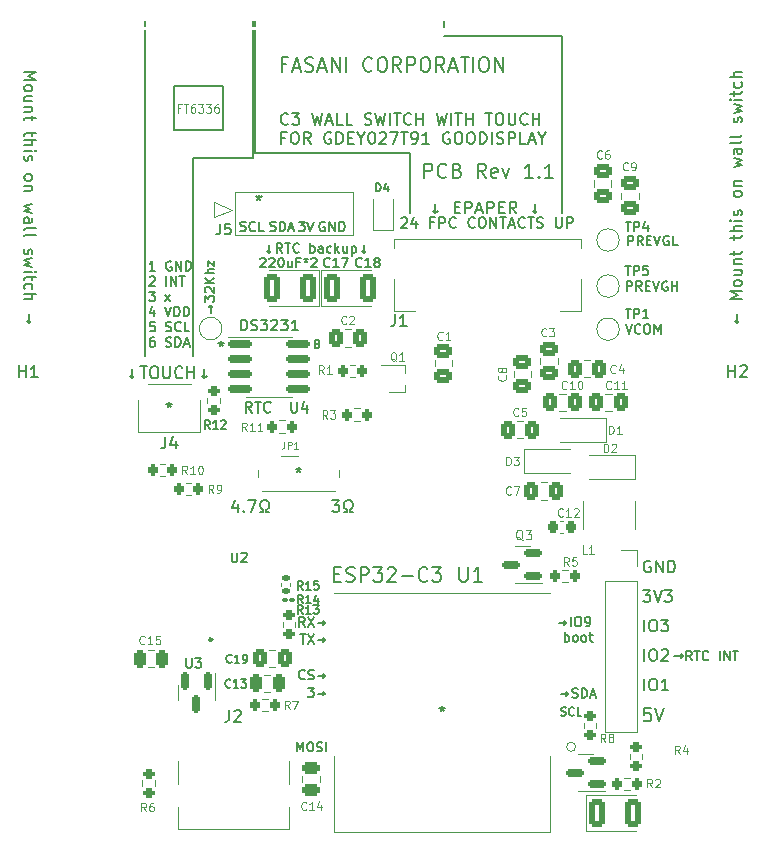
<source format=gto>
G04 #@! TF.GenerationSoftware,KiCad,Pcbnew,6.0.11-2627ca5db0~126~ubuntu20.04.1*
G04 #@! TF.CreationDate,2023-02-17T07:43:56+01:00*
G04 #@! TF.ProjectId,C3-27-epaper-touch,43332d32-372d-4657-9061-7065722d746f,rev?*
G04 #@! TF.SameCoordinates,Original*
G04 #@! TF.FileFunction,Legend,Top*
G04 #@! TF.FilePolarity,Positive*
%FSLAX46Y46*%
G04 Gerber Fmt 4.6, Leading zero omitted, Abs format (unit mm)*
G04 Created by KiCad (PCBNEW 6.0.11-2627ca5db0~126~ubuntu20.04.1) date 2023-02-17 07:43:56*
%MOMM*%
%LPD*%
G01*
G04 APERTURE LIST*
G04 Aperture macros list*
%AMRoundRect*
0 Rectangle with rounded corners*
0 $1 Rounding radius*
0 $2 $3 $4 $5 $6 $7 $8 $9 X,Y pos of 4 corners*
0 Add a 4 corners polygon primitive as box body*
4,1,4,$2,$3,$4,$5,$6,$7,$8,$9,$2,$3,0*
0 Add four circle primitives for the rounded corners*
1,1,$1+$1,$2,$3*
1,1,$1+$1,$4,$5*
1,1,$1+$1,$6,$7*
1,1,$1+$1,$8,$9*
0 Add four rect primitives between the rounded corners*
20,1,$1+$1,$2,$3,$4,$5,0*
20,1,$1+$1,$4,$5,$6,$7,0*
20,1,$1+$1,$6,$7,$8,$9,0*
20,1,$1+$1,$8,$9,$2,$3,0*%
G04 Aperture macros list end*
%ADD10C,0.150000*%
%ADD11C,0.140000*%
%ADD12C,0.130000*%
%ADD13C,0.120000*%
%ADD14C,0.160000*%
%ADD15C,0.250000*%
%ADD16C,1.500000*%
%ADD17R,0.450000X0.600000*%
%ADD18RoundRect,0.250000X-0.337500X-0.475000X0.337500X-0.475000X0.337500X0.475000X-0.337500X0.475000X0*%
%ADD19R,1.498600X0.889000*%
%ADD20R,0.711200X0.711200*%
%ADD21RoundRect,0.150000X0.587500X0.150000X-0.587500X0.150000X-0.587500X-0.150000X0.587500X-0.150000X0*%
%ADD22RoundRect,0.250000X0.475000X-0.337500X0.475000X0.337500X-0.475000X0.337500X-0.475000X-0.337500X0*%
%ADD23RoundRect,0.250000X0.337500X0.475000X-0.337500X0.475000X-0.337500X-0.475000X0.337500X-0.475000X0*%
%ADD24C,0.650000*%
%ADD25R,0.600000X1.450000*%
%ADD26R,0.300000X1.450000*%
%ADD27O,1.000000X2.100000*%
%ADD28O,1.000000X1.600000*%
%ADD29RoundRect,0.150000X-0.150000X0.587500X-0.150000X-0.587500X0.150000X-0.587500X0.150000X0.587500X0*%
%ADD30RoundRect,0.200000X0.275000X-0.200000X0.275000X0.200000X-0.275000X0.200000X-0.275000X-0.200000X0*%
%ADD31RoundRect,0.200000X-0.200000X-0.275000X0.200000X-0.275000X0.200000X0.275000X-0.200000X0.275000X0*%
%ADD32RoundRect,0.250000X0.412500X0.925000X-0.412500X0.925000X-0.412500X-0.925000X0.412500X-0.925000X0*%
%ADD33RoundRect,0.150000X-0.825000X-0.150000X0.825000X-0.150000X0.825000X0.150000X-0.825000X0.150000X0*%
%ADD34RoundRect,0.250000X-0.475000X0.337500X-0.475000X-0.337500X0.475000X-0.337500X0.475000X0.337500X0*%
%ADD35RoundRect,0.200000X0.200000X0.275000X-0.200000X0.275000X-0.200000X-0.275000X0.200000X-0.275000X0*%
%ADD36C,3.200000*%
%ADD37C,0.889000*%
%ADD38R,0.889000X1.244600*%
%ADD39R,0.812800X0.939800*%
%ADD40RoundRect,0.250000X-0.475000X0.250000X-0.475000X-0.250000X0.475000X-0.250000X0.475000X0.250000X0*%
%ADD41R,0.304800X1.193800*%
%ADD42R,1.803400X2.006600*%
%ADD43R,0.900000X1.200000*%
%ADD44RoundRect,0.250000X-0.250000X-0.475000X0.250000X-0.475000X0.250000X0.475000X-0.250000X0.475000X0*%
%ADD45RoundRect,0.200000X-0.275000X0.200000X-0.275000X-0.200000X0.275000X-0.200000X0.275000X0.200000X0*%
%ADD46RoundRect,0.250000X0.250000X0.475000X-0.250000X0.475000X-0.250000X-0.475000X0.250000X-0.475000X0*%
%ADD47RoundRect,0.250000X-0.412500X-0.925000X0.412500X-0.925000X0.412500X0.925000X-0.412500X0.925000X0*%
%ADD48R,0.304800X0.812800*%
%ADD49R,0.406400X0.812800*%
%ADD50R,0.300000X1.000000*%
%ADD51R,1.000000X0.300000*%
%ADD52R,3.350000X3.350000*%
%ADD53RoundRect,0.135000X-0.185000X0.135000X-0.185000X-0.135000X0.185000X-0.135000X0.185000X0.135000X0*%
%ADD54R,1.150000X1.150000*%
%ADD55C,1.150000*%
%ADD56R,1.700000X1.700000*%
%ADD57O,1.700000X1.700000*%
%ADD58R,0.700000X0.450000*%
%ADD59RoundRect,0.225000X-0.225000X-0.250000X0.225000X-0.250000X0.225000X0.250000X-0.225000X0.250000X0*%
%ADD60R,3.708400X1.092200*%
%ADD61RoundRect,0.100000X-0.130000X-0.100000X0.130000X-0.100000X0.130000X0.100000X-0.130000X0.100000X0*%
G04 APERTURE END LIST*
D10*
X139800000Y-72500000D02*
X139800000Y-67350000D01*
X142650000Y-56700000D02*
X142650000Y-56250000D01*
X126700000Y-67350000D02*
X126700000Y-57000000D01*
X139800000Y-67350000D02*
X126700000Y-67350000D01*
X126500000Y-56650000D02*
X126500000Y-56200000D01*
X126500000Y-67800000D02*
X126500000Y-57000000D01*
X121450000Y-67800000D02*
X126450000Y-67800000D01*
X121450000Y-84600000D02*
X121450000Y-67800000D01*
X126700000Y-56650000D02*
X126700000Y-56200000D01*
X119775000Y-61750000D02*
X123925000Y-61750000D01*
X123925000Y-61750000D02*
X123925000Y-65450000D01*
X123925000Y-65450000D02*
X119775000Y-65450000D01*
X119775000Y-65450000D02*
X119775000Y-61750000D01*
X117350000Y-84600000D02*
X117350000Y-57000000D01*
X152650000Y-57500000D02*
X142650000Y-57500000D01*
X117350000Y-56650000D02*
X117350000Y-56200000D01*
X152650000Y-72500000D02*
X152650000Y-57500000D01*
D11*
X158244999Y-75201904D02*
X158244999Y-74401904D01*
X158549761Y-74401904D01*
X158625952Y-74440000D01*
X158664047Y-74478095D01*
X158702142Y-74554285D01*
X158702142Y-74668571D01*
X158664047Y-74744761D01*
X158625952Y-74782857D01*
X158549761Y-74820952D01*
X158244999Y-74820952D01*
X159502142Y-75201904D02*
X159235475Y-74820952D01*
X159044999Y-75201904D02*
X159044999Y-74401904D01*
X159349761Y-74401904D01*
X159425952Y-74440000D01*
X159464047Y-74478095D01*
X159502142Y-74554285D01*
X159502142Y-74668571D01*
X159464047Y-74744761D01*
X159425952Y-74782857D01*
X159349761Y-74820952D01*
X159044999Y-74820952D01*
X159844999Y-74782857D02*
X160111666Y-74782857D01*
X160225952Y-75201904D02*
X159844999Y-75201904D01*
X159844999Y-74401904D01*
X160225952Y-74401904D01*
X160454523Y-74401904D02*
X160721190Y-75201904D01*
X160987856Y-74401904D01*
X161673571Y-74440000D02*
X161597380Y-74401904D01*
X161483095Y-74401904D01*
X161368809Y-74440000D01*
X161292618Y-74516190D01*
X161254523Y-74592380D01*
X161216428Y-74744761D01*
X161216428Y-74859047D01*
X161254523Y-75011428D01*
X161292618Y-75087619D01*
X161368809Y-75163809D01*
X161483095Y-75201904D01*
X161559285Y-75201904D01*
X161673571Y-75163809D01*
X161711666Y-75125714D01*
X161711666Y-74859047D01*
X161559285Y-74859047D01*
X162435475Y-75201904D02*
X162054523Y-75201904D01*
X162054523Y-74401904D01*
D10*
X107122619Y-60530952D02*
X108122619Y-60530952D01*
X107408333Y-60864285D01*
X108122619Y-61197619D01*
X107122619Y-61197619D01*
X107122619Y-61816666D02*
X107170238Y-61721428D01*
X107217857Y-61673809D01*
X107313095Y-61626190D01*
X107598809Y-61626190D01*
X107694047Y-61673809D01*
X107741666Y-61721428D01*
X107789285Y-61816666D01*
X107789285Y-61959523D01*
X107741666Y-62054761D01*
X107694047Y-62102380D01*
X107598809Y-62149999D01*
X107313095Y-62149999D01*
X107217857Y-62102380D01*
X107170238Y-62054761D01*
X107122619Y-61959523D01*
X107122619Y-61816666D01*
X107789285Y-63007142D02*
X107122619Y-63007142D01*
X107789285Y-62578571D02*
X107265476Y-62578571D01*
X107170238Y-62626190D01*
X107122619Y-62721428D01*
X107122619Y-62864285D01*
X107170238Y-62959523D01*
X107217857Y-63007142D01*
X107789285Y-63483333D02*
X107122619Y-63483333D01*
X107694047Y-63483333D02*
X107741666Y-63530952D01*
X107789285Y-63626190D01*
X107789285Y-63769047D01*
X107741666Y-63864285D01*
X107646428Y-63911904D01*
X107122619Y-63911904D01*
X107789285Y-64245238D02*
X107789285Y-64626190D01*
X108122619Y-64388095D02*
X107265476Y-64388095D01*
X107170238Y-64435714D01*
X107122619Y-64530952D01*
X107122619Y-64626190D01*
X107789285Y-65578571D02*
X107789285Y-65959523D01*
X108122619Y-65721428D02*
X107265476Y-65721428D01*
X107170238Y-65769047D01*
X107122619Y-65864285D01*
X107122619Y-65959523D01*
X107122619Y-66292857D02*
X108122619Y-66292857D01*
X107122619Y-66721428D02*
X107646428Y-66721428D01*
X107741666Y-66673809D01*
X107789285Y-66578571D01*
X107789285Y-66435714D01*
X107741666Y-66340476D01*
X107694047Y-66292857D01*
X107122619Y-67197619D02*
X107789285Y-67197619D01*
X108122619Y-67197619D02*
X108075000Y-67149999D01*
X108027380Y-67197619D01*
X108075000Y-67245238D01*
X108122619Y-67197619D01*
X108027380Y-67197619D01*
X107170238Y-67626190D02*
X107122619Y-67721428D01*
X107122619Y-67911904D01*
X107170238Y-68007142D01*
X107265476Y-68054761D01*
X107313095Y-68054761D01*
X107408333Y-68007142D01*
X107455952Y-67911904D01*
X107455952Y-67769047D01*
X107503571Y-67673809D01*
X107598809Y-67626190D01*
X107646428Y-67626190D01*
X107741666Y-67673809D01*
X107789285Y-67769047D01*
X107789285Y-67911904D01*
X107741666Y-68007142D01*
X107122619Y-69388095D02*
X107170238Y-69292857D01*
X107217857Y-69245238D01*
X107313095Y-69197619D01*
X107598809Y-69197619D01*
X107694047Y-69245238D01*
X107741666Y-69292857D01*
X107789285Y-69388095D01*
X107789285Y-69530952D01*
X107741666Y-69626190D01*
X107694047Y-69673809D01*
X107598809Y-69721428D01*
X107313095Y-69721428D01*
X107217857Y-69673809D01*
X107170238Y-69626190D01*
X107122619Y-69530952D01*
X107122619Y-69388095D01*
X107789285Y-70149999D02*
X107122619Y-70149999D01*
X107694047Y-70149999D02*
X107741666Y-70197619D01*
X107789285Y-70292857D01*
X107789285Y-70435714D01*
X107741666Y-70530952D01*
X107646428Y-70578571D01*
X107122619Y-70578571D01*
X107789285Y-71721428D02*
X107122619Y-71911904D01*
X107598809Y-72102380D01*
X107122619Y-72292857D01*
X107789285Y-72483333D01*
X107122619Y-73292857D02*
X107646428Y-73292857D01*
X107741666Y-73245238D01*
X107789285Y-73149999D01*
X107789285Y-72959523D01*
X107741666Y-72864285D01*
X107170238Y-73292857D02*
X107122619Y-73197619D01*
X107122619Y-72959523D01*
X107170238Y-72864285D01*
X107265476Y-72816666D01*
X107360714Y-72816666D01*
X107455952Y-72864285D01*
X107503571Y-72959523D01*
X107503571Y-73197619D01*
X107551190Y-73292857D01*
X107122619Y-73911904D02*
X107170238Y-73816666D01*
X107265476Y-73769047D01*
X108122619Y-73769047D01*
X107122619Y-74435714D02*
X107170238Y-74340476D01*
X107265476Y-74292857D01*
X108122619Y-74292857D01*
X107170238Y-75530952D02*
X107122619Y-75626190D01*
X107122619Y-75816666D01*
X107170238Y-75911904D01*
X107265476Y-75959523D01*
X107313095Y-75959523D01*
X107408333Y-75911904D01*
X107455952Y-75816666D01*
X107455952Y-75673809D01*
X107503571Y-75578571D01*
X107598809Y-75530952D01*
X107646428Y-75530952D01*
X107741666Y-75578571D01*
X107789285Y-75673809D01*
X107789285Y-75816666D01*
X107741666Y-75911904D01*
X107789285Y-76292857D02*
X107122619Y-76483333D01*
X107598809Y-76673809D01*
X107122619Y-76864285D01*
X107789285Y-77054761D01*
X107122619Y-77435714D02*
X107789285Y-77435714D01*
X108122619Y-77435714D02*
X108075000Y-77388095D01*
X108027380Y-77435714D01*
X108075000Y-77483333D01*
X108122619Y-77435714D01*
X108027380Y-77435714D01*
X107789285Y-77769047D02*
X107789285Y-78150000D01*
X108122619Y-77911904D02*
X107265476Y-77911904D01*
X107170238Y-77959523D01*
X107122619Y-78054761D01*
X107122619Y-78150000D01*
X107170238Y-78911904D02*
X107122619Y-78816666D01*
X107122619Y-78626190D01*
X107170238Y-78530952D01*
X107217857Y-78483333D01*
X107313095Y-78435714D01*
X107598809Y-78435714D01*
X107694047Y-78483333D01*
X107741666Y-78530952D01*
X107789285Y-78626190D01*
X107789285Y-78816666D01*
X107741666Y-78911904D01*
X107122619Y-79340476D02*
X108122619Y-79340476D01*
X107122619Y-79769047D02*
X107646428Y-79769047D01*
X107741666Y-79721428D01*
X107789285Y-79626190D01*
X107789285Y-79483333D01*
X107741666Y-79388095D01*
X107694047Y-79340476D01*
X107503571Y-81007142D02*
X107503571Y-81769047D01*
X107313095Y-81578571D02*
X107503571Y-81769047D01*
X107694047Y-81578571D01*
X116228571Y-85690476D02*
X116228571Y-86452380D01*
X116419047Y-86261904D02*
X116228571Y-86452380D01*
X116038095Y-86261904D01*
X116942857Y-85452380D02*
X117514285Y-85452380D01*
X117228571Y-86452380D02*
X117228571Y-85452380D01*
X118038095Y-85452380D02*
X118228571Y-85452380D01*
X118323809Y-85500000D01*
X118419047Y-85595238D01*
X118466666Y-85785714D01*
X118466666Y-86119047D01*
X118419047Y-86309523D01*
X118323809Y-86404761D01*
X118228571Y-86452380D01*
X118038095Y-86452380D01*
X117942857Y-86404761D01*
X117847619Y-86309523D01*
X117800000Y-86119047D01*
X117800000Y-85785714D01*
X117847619Y-85595238D01*
X117942857Y-85500000D01*
X118038095Y-85452380D01*
X118895238Y-85452380D02*
X118895238Y-86261904D01*
X118942857Y-86357142D01*
X118990476Y-86404761D01*
X119085714Y-86452380D01*
X119276190Y-86452380D01*
X119371428Y-86404761D01*
X119419047Y-86357142D01*
X119466666Y-86261904D01*
X119466666Y-85452380D01*
X120514285Y-86357142D02*
X120466666Y-86404761D01*
X120323809Y-86452380D01*
X120228571Y-86452380D01*
X120085714Y-86404761D01*
X119990476Y-86309523D01*
X119942857Y-86214285D01*
X119895238Y-86023809D01*
X119895238Y-85880952D01*
X119942857Y-85690476D01*
X119990476Y-85595238D01*
X120085714Y-85500000D01*
X120228571Y-85452380D01*
X120323809Y-85452380D01*
X120466666Y-85500000D01*
X120514285Y-85547619D01*
X120942857Y-86452380D02*
X120942857Y-85452380D01*
X120942857Y-85928571D02*
X121514285Y-85928571D01*
X121514285Y-86452380D02*
X121514285Y-85452380D01*
X122371428Y-85690476D02*
X122371428Y-86452380D01*
X122561904Y-86261904D02*
X122371428Y-86452380D01*
X122180952Y-86261904D01*
X125184761Y-97115714D02*
X125184761Y-97782380D01*
X124946666Y-96734761D02*
X124708571Y-97449047D01*
X125327619Y-97449047D01*
X125708571Y-97687142D02*
X125756190Y-97734761D01*
X125708571Y-97782380D01*
X125660952Y-97734761D01*
X125708571Y-97687142D01*
X125708571Y-97782380D01*
X126089523Y-96782380D02*
X126756190Y-96782380D01*
X126327619Y-97782380D01*
X127089523Y-97782380D02*
X127327619Y-97782380D01*
X127327619Y-97591904D01*
X127232380Y-97544285D01*
X127137142Y-97449047D01*
X127089523Y-97306190D01*
X127089523Y-97068095D01*
X127137142Y-96925238D01*
X127232380Y-96830000D01*
X127375238Y-96782380D01*
X127565714Y-96782380D01*
X127708571Y-96830000D01*
X127803809Y-96925238D01*
X127851428Y-97068095D01*
X127851428Y-97306190D01*
X127803809Y-97449047D01*
X127708571Y-97544285D01*
X127613333Y-97591904D01*
X127613333Y-97782380D01*
X127851428Y-97782380D01*
X162119047Y-109971428D02*
X162880952Y-109971428D01*
X162690476Y-110161904D02*
X162880952Y-109971428D01*
X162690476Y-109780952D01*
X159509047Y-104400280D02*
X160128095Y-104400280D01*
X159794762Y-104781233D01*
X159937619Y-104781233D01*
X160032857Y-104828852D01*
X160080476Y-104876471D01*
X160128095Y-104971709D01*
X160128095Y-105209804D01*
X160080476Y-105305042D01*
X160032857Y-105352661D01*
X159937619Y-105400280D01*
X159651904Y-105400280D01*
X159556666Y-105352661D01*
X159509047Y-105305042D01*
X160413809Y-104400280D02*
X160747143Y-105400280D01*
X161080476Y-104400280D01*
X161318571Y-104400280D02*
X161937619Y-104400280D01*
X161604285Y-104781233D01*
X161747143Y-104781233D01*
X161842381Y-104828852D01*
X161890000Y-104876471D01*
X161937619Y-104971709D01*
X161937619Y-105209804D01*
X161890000Y-105305042D01*
X161842381Y-105352661D01*
X161747143Y-105400280D01*
X161461428Y-105400280D01*
X161366190Y-105352661D01*
X161318571Y-105305042D01*
X129457023Y-64902142D02*
X129409404Y-64949761D01*
X129266547Y-64997380D01*
X129171309Y-64997380D01*
X129028452Y-64949761D01*
X128933214Y-64854523D01*
X128885595Y-64759285D01*
X128837976Y-64568809D01*
X128837976Y-64425952D01*
X128885595Y-64235476D01*
X128933214Y-64140238D01*
X129028452Y-64045000D01*
X129171309Y-63997380D01*
X129266547Y-63997380D01*
X129409404Y-64045000D01*
X129457023Y-64092619D01*
X129790357Y-63997380D02*
X130409404Y-63997380D01*
X130076071Y-64378333D01*
X130218928Y-64378333D01*
X130314166Y-64425952D01*
X130361785Y-64473571D01*
X130409404Y-64568809D01*
X130409404Y-64806904D01*
X130361785Y-64902142D01*
X130314166Y-64949761D01*
X130218928Y-64997380D01*
X129933214Y-64997380D01*
X129837976Y-64949761D01*
X129790357Y-64902142D01*
X131504642Y-63997380D02*
X131742738Y-64997380D01*
X131933214Y-64283095D01*
X132123690Y-64997380D01*
X132361785Y-63997380D01*
X132695119Y-64711666D02*
X133171309Y-64711666D01*
X132599880Y-64997380D02*
X132933214Y-63997380D01*
X133266547Y-64997380D01*
X134076071Y-64997380D02*
X133599880Y-64997380D01*
X133599880Y-63997380D01*
X134885595Y-64997380D02*
X134409404Y-64997380D01*
X134409404Y-63997380D01*
X135933214Y-64949761D02*
X136076071Y-64997380D01*
X136314166Y-64997380D01*
X136409404Y-64949761D01*
X136457023Y-64902142D01*
X136504642Y-64806904D01*
X136504642Y-64711666D01*
X136457023Y-64616428D01*
X136409404Y-64568809D01*
X136314166Y-64521190D01*
X136123690Y-64473571D01*
X136028452Y-64425952D01*
X135980833Y-64378333D01*
X135933214Y-64283095D01*
X135933214Y-64187857D01*
X135980833Y-64092619D01*
X136028452Y-64045000D01*
X136123690Y-63997380D01*
X136361785Y-63997380D01*
X136504642Y-64045000D01*
X136837976Y-63997380D02*
X137076071Y-64997380D01*
X137266547Y-64283095D01*
X137457023Y-64997380D01*
X137695119Y-63997380D01*
X138076071Y-64997380D02*
X138076071Y-63997380D01*
X138409404Y-63997380D02*
X138980833Y-63997380D01*
X138695119Y-64997380D02*
X138695119Y-63997380D01*
X139885595Y-64902142D02*
X139837976Y-64949761D01*
X139695119Y-64997380D01*
X139599880Y-64997380D01*
X139457023Y-64949761D01*
X139361785Y-64854523D01*
X139314166Y-64759285D01*
X139266547Y-64568809D01*
X139266547Y-64425952D01*
X139314166Y-64235476D01*
X139361785Y-64140238D01*
X139457023Y-64045000D01*
X139599880Y-63997380D01*
X139695119Y-63997380D01*
X139837976Y-64045000D01*
X139885595Y-64092619D01*
X140314166Y-64997380D02*
X140314166Y-63997380D01*
X140314166Y-64473571D02*
X140885595Y-64473571D01*
X140885595Y-64997380D02*
X140885595Y-63997380D01*
X142028452Y-63997380D02*
X142266547Y-64997380D01*
X142457023Y-64283095D01*
X142647500Y-64997380D01*
X142885595Y-63997380D01*
X143266547Y-64997380D02*
X143266547Y-63997380D01*
X143599880Y-63997380D02*
X144171309Y-63997380D01*
X143885595Y-64997380D02*
X143885595Y-63997380D01*
X144504642Y-64997380D02*
X144504642Y-63997380D01*
X144504642Y-64473571D02*
X145076071Y-64473571D01*
X145076071Y-64997380D02*
X145076071Y-63997380D01*
X146171309Y-63997380D02*
X146742738Y-63997380D01*
X146457023Y-64997380D02*
X146457023Y-63997380D01*
X147266547Y-63997380D02*
X147457023Y-63997380D01*
X147552261Y-64045000D01*
X147647500Y-64140238D01*
X147695119Y-64330714D01*
X147695119Y-64664047D01*
X147647500Y-64854523D01*
X147552261Y-64949761D01*
X147457023Y-64997380D01*
X147266547Y-64997380D01*
X147171309Y-64949761D01*
X147076071Y-64854523D01*
X147028452Y-64664047D01*
X147028452Y-64330714D01*
X147076071Y-64140238D01*
X147171309Y-64045000D01*
X147266547Y-63997380D01*
X148123690Y-63997380D02*
X148123690Y-64806904D01*
X148171309Y-64902142D01*
X148218928Y-64949761D01*
X148314166Y-64997380D01*
X148504642Y-64997380D01*
X148599880Y-64949761D01*
X148647500Y-64902142D01*
X148695119Y-64806904D01*
X148695119Y-63997380D01*
X149742738Y-64902142D02*
X149695119Y-64949761D01*
X149552261Y-64997380D01*
X149457023Y-64997380D01*
X149314166Y-64949761D01*
X149218928Y-64854523D01*
X149171309Y-64759285D01*
X149123690Y-64568809D01*
X149123690Y-64425952D01*
X149171309Y-64235476D01*
X149218928Y-64140238D01*
X149314166Y-64045000D01*
X149457023Y-63997380D01*
X149552261Y-63997380D01*
X149695119Y-64045000D01*
X149742738Y-64092619D01*
X150171309Y-64997380D02*
X150171309Y-63997380D01*
X150171309Y-64473571D02*
X150742738Y-64473571D01*
X150742738Y-64997380D02*
X150742738Y-63997380D01*
X129218928Y-66083571D02*
X128885595Y-66083571D01*
X128885595Y-66607380D02*
X128885595Y-65607380D01*
X129361785Y-65607380D01*
X129933214Y-65607380D02*
X130123690Y-65607380D01*
X130218928Y-65655000D01*
X130314166Y-65750238D01*
X130361785Y-65940714D01*
X130361785Y-66274047D01*
X130314166Y-66464523D01*
X130218928Y-66559761D01*
X130123690Y-66607380D01*
X129933214Y-66607380D01*
X129837976Y-66559761D01*
X129742738Y-66464523D01*
X129695119Y-66274047D01*
X129695119Y-65940714D01*
X129742738Y-65750238D01*
X129837976Y-65655000D01*
X129933214Y-65607380D01*
X131361785Y-66607380D02*
X131028452Y-66131190D01*
X130790357Y-66607380D02*
X130790357Y-65607380D01*
X131171309Y-65607380D01*
X131266547Y-65655000D01*
X131314166Y-65702619D01*
X131361785Y-65797857D01*
X131361785Y-65940714D01*
X131314166Y-66035952D01*
X131266547Y-66083571D01*
X131171309Y-66131190D01*
X130790357Y-66131190D01*
X133076071Y-65655000D02*
X132980833Y-65607380D01*
X132837976Y-65607380D01*
X132695119Y-65655000D01*
X132599880Y-65750238D01*
X132552261Y-65845476D01*
X132504642Y-66035952D01*
X132504642Y-66178809D01*
X132552261Y-66369285D01*
X132599880Y-66464523D01*
X132695119Y-66559761D01*
X132837976Y-66607380D01*
X132933214Y-66607380D01*
X133076071Y-66559761D01*
X133123690Y-66512142D01*
X133123690Y-66178809D01*
X132933214Y-66178809D01*
X133552261Y-66607380D02*
X133552261Y-65607380D01*
X133790357Y-65607380D01*
X133933214Y-65655000D01*
X134028452Y-65750238D01*
X134076071Y-65845476D01*
X134123690Y-66035952D01*
X134123690Y-66178809D01*
X134076071Y-66369285D01*
X134028452Y-66464523D01*
X133933214Y-66559761D01*
X133790357Y-66607380D01*
X133552261Y-66607380D01*
X134552261Y-66083571D02*
X134885595Y-66083571D01*
X135028452Y-66607380D02*
X134552261Y-66607380D01*
X134552261Y-65607380D01*
X135028452Y-65607380D01*
X135647500Y-66131190D02*
X135647500Y-66607380D01*
X135314166Y-65607380D02*
X135647500Y-66131190D01*
X135980833Y-65607380D01*
X136504642Y-65607380D02*
X136599880Y-65607380D01*
X136695119Y-65655000D01*
X136742738Y-65702619D01*
X136790357Y-65797857D01*
X136837976Y-65988333D01*
X136837976Y-66226428D01*
X136790357Y-66416904D01*
X136742738Y-66512142D01*
X136695119Y-66559761D01*
X136599880Y-66607380D01*
X136504642Y-66607380D01*
X136409404Y-66559761D01*
X136361785Y-66512142D01*
X136314166Y-66416904D01*
X136266547Y-66226428D01*
X136266547Y-65988333D01*
X136314166Y-65797857D01*
X136361785Y-65702619D01*
X136409404Y-65655000D01*
X136504642Y-65607380D01*
X137218928Y-65702619D02*
X137266547Y-65655000D01*
X137361785Y-65607380D01*
X137599880Y-65607380D01*
X137695119Y-65655000D01*
X137742738Y-65702619D01*
X137790357Y-65797857D01*
X137790357Y-65893095D01*
X137742738Y-66035952D01*
X137171309Y-66607380D01*
X137790357Y-66607380D01*
X138123690Y-65607380D02*
X138790357Y-65607380D01*
X138361785Y-66607380D01*
X139028452Y-65607380D02*
X139599880Y-65607380D01*
X139314166Y-66607380D02*
X139314166Y-65607380D01*
X139980833Y-66607380D02*
X140171309Y-66607380D01*
X140266547Y-66559761D01*
X140314166Y-66512142D01*
X140409404Y-66369285D01*
X140457023Y-66178809D01*
X140457023Y-65797857D01*
X140409404Y-65702619D01*
X140361785Y-65655000D01*
X140266547Y-65607380D01*
X140076071Y-65607380D01*
X139980833Y-65655000D01*
X139933214Y-65702619D01*
X139885595Y-65797857D01*
X139885595Y-66035952D01*
X139933214Y-66131190D01*
X139980833Y-66178809D01*
X140076071Y-66226428D01*
X140266547Y-66226428D01*
X140361785Y-66178809D01*
X140409404Y-66131190D01*
X140457023Y-66035952D01*
X141409404Y-66607380D02*
X140837976Y-66607380D01*
X141123690Y-66607380D02*
X141123690Y-65607380D01*
X141028452Y-65750238D01*
X140933214Y-65845476D01*
X140837976Y-65893095D01*
X143123690Y-65655000D02*
X143028452Y-65607380D01*
X142885595Y-65607380D01*
X142742738Y-65655000D01*
X142647500Y-65750238D01*
X142599880Y-65845476D01*
X142552261Y-66035952D01*
X142552261Y-66178809D01*
X142599880Y-66369285D01*
X142647500Y-66464523D01*
X142742738Y-66559761D01*
X142885595Y-66607380D01*
X142980833Y-66607380D01*
X143123690Y-66559761D01*
X143171309Y-66512142D01*
X143171309Y-66178809D01*
X142980833Y-66178809D01*
X143790357Y-65607380D02*
X143980833Y-65607380D01*
X144076071Y-65655000D01*
X144171309Y-65750238D01*
X144218928Y-65940714D01*
X144218928Y-66274047D01*
X144171309Y-66464523D01*
X144076071Y-66559761D01*
X143980833Y-66607380D01*
X143790357Y-66607380D01*
X143695119Y-66559761D01*
X143599880Y-66464523D01*
X143552261Y-66274047D01*
X143552261Y-65940714D01*
X143599880Y-65750238D01*
X143695119Y-65655000D01*
X143790357Y-65607380D01*
X144837976Y-65607380D02*
X145028452Y-65607380D01*
X145123690Y-65655000D01*
X145218928Y-65750238D01*
X145266547Y-65940714D01*
X145266547Y-66274047D01*
X145218928Y-66464523D01*
X145123690Y-66559761D01*
X145028452Y-66607380D01*
X144837976Y-66607380D01*
X144742738Y-66559761D01*
X144647500Y-66464523D01*
X144599880Y-66274047D01*
X144599880Y-65940714D01*
X144647500Y-65750238D01*
X144742738Y-65655000D01*
X144837976Y-65607380D01*
X145695119Y-66607380D02*
X145695119Y-65607380D01*
X145933214Y-65607380D01*
X146076071Y-65655000D01*
X146171309Y-65750238D01*
X146218928Y-65845476D01*
X146266547Y-66035952D01*
X146266547Y-66178809D01*
X146218928Y-66369285D01*
X146171309Y-66464523D01*
X146076071Y-66559761D01*
X145933214Y-66607380D01*
X145695119Y-66607380D01*
X146695119Y-66607380D02*
X146695119Y-65607380D01*
X147123690Y-66559761D02*
X147266547Y-66607380D01*
X147504642Y-66607380D01*
X147599880Y-66559761D01*
X147647500Y-66512142D01*
X147695119Y-66416904D01*
X147695119Y-66321666D01*
X147647500Y-66226428D01*
X147599880Y-66178809D01*
X147504642Y-66131190D01*
X147314166Y-66083571D01*
X147218928Y-66035952D01*
X147171309Y-65988333D01*
X147123690Y-65893095D01*
X147123690Y-65797857D01*
X147171309Y-65702619D01*
X147218928Y-65655000D01*
X147314166Y-65607380D01*
X147552261Y-65607380D01*
X147695119Y-65655000D01*
X148123690Y-66607380D02*
X148123690Y-65607380D01*
X148504642Y-65607380D01*
X148599880Y-65655000D01*
X148647500Y-65702619D01*
X148695119Y-65797857D01*
X148695119Y-65940714D01*
X148647500Y-66035952D01*
X148599880Y-66083571D01*
X148504642Y-66131190D01*
X148123690Y-66131190D01*
X149599880Y-66607380D02*
X149123690Y-66607380D01*
X149123690Y-65607380D01*
X149885595Y-66321666D02*
X150361785Y-66321666D01*
X149790357Y-66607380D02*
X150123690Y-65607380D01*
X150457023Y-66607380D01*
X150980833Y-66131190D02*
X150980833Y-66607380D01*
X150647500Y-65607380D02*
X150980833Y-66131190D01*
X151314166Y-65607380D01*
X159604286Y-107898180D02*
X159604286Y-106898180D01*
X160270952Y-106898180D02*
X160461428Y-106898180D01*
X160556666Y-106945800D01*
X160651905Y-107041038D01*
X160699524Y-107231514D01*
X160699524Y-107564847D01*
X160651905Y-107755323D01*
X160556666Y-107850561D01*
X160461428Y-107898180D01*
X160270952Y-107898180D01*
X160175714Y-107850561D01*
X160080476Y-107755323D01*
X160032857Y-107564847D01*
X160032857Y-107231514D01*
X160080476Y-107041038D01*
X160175714Y-106945800D01*
X160270952Y-106898180D01*
X161032857Y-106898180D02*
X161651905Y-106898180D01*
X161318571Y-107279133D01*
X161461428Y-107279133D01*
X161556666Y-107326752D01*
X161604286Y-107374371D01*
X161651905Y-107469609D01*
X161651905Y-107707704D01*
X161604286Y-107802942D01*
X161556666Y-107850561D01*
X161461428Y-107898180D01*
X161175714Y-107898180D01*
X161080476Y-107850561D01*
X161032857Y-107802942D01*
X123800000Y-83302380D02*
X123800000Y-83540476D01*
X123561904Y-83445238D02*
X123800000Y-83540476D01*
X124038095Y-83445238D01*
X123657142Y-83730952D02*
X123800000Y-83540476D01*
X123942857Y-83730952D01*
D11*
X127119047Y-76338095D02*
X127157142Y-76300000D01*
X127233333Y-76261904D01*
X127423809Y-76261904D01*
X127500000Y-76300000D01*
X127538095Y-76338095D01*
X127576190Y-76414285D01*
X127576190Y-76490476D01*
X127538095Y-76604761D01*
X127080952Y-77061904D01*
X127576190Y-77061904D01*
X127880952Y-76338095D02*
X127919047Y-76300000D01*
X127995238Y-76261904D01*
X128185714Y-76261904D01*
X128261904Y-76300000D01*
X128300000Y-76338095D01*
X128338095Y-76414285D01*
X128338095Y-76490476D01*
X128300000Y-76604761D01*
X127842857Y-77061904D01*
X128338095Y-77061904D01*
X128833333Y-76261904D02*
X128909523Y-76261904D01*
X128985714Y-76300000D01*
X129023809Y-76338095D01*
X129061904Y-76414285D01*
X129100000Y-76566666D01*
X129100000Y-76757142D01*
X129061904Y-76909523D01*
X129023809Y-76985714D01*
X128985714Y-77023809D01*
X128909523Y-77061904D01*
X128833333Y-77061904D01*
X128757142Y-77023809D01*
X128719047Y-76985714D01*
X128680952Y-76909523D01*
X128642857Y-76757142D01*
X128642857Y-76566666D01*
X128680952Y-76414285D01*
X128719047Y-76338095D01*
X128757142Y-76300000D01*
X128833333Y-76261904D01*
X129785714Y-76528571D02*
X129785714Y-77061904D01*
X129442857Y-76528571D02*
X129442857Y-76947619D01*
X129480952Y-77023809D01*
X129557142Y-77061904D01*
X129671428Y-77061904D01*
X129747619Y-77023809D01*
X129785714Y-76985714D01*
X130433333Y-76642857D02*
X130166666Y-76642857D01*
X130166666Y-77061904D02*
X130166666Y-76261904D01*
X130547619Y-76261904D01*
X130966666Y-76261904D02*
X130966666Y-76452380D01*
X130776190Y-76376190D02*
X130966666Y-76452380D01*
X131157142Y-76376190D01*
X130852380Y-76604761D02*
X130966666Y-76452380D01*
X131080952Y-76604761D01*
X131423809Y-76338095D02*
X131461904Y-76300000D01*
X131538095Y-76261904D01*
X131728571Y-76261904D01*
X131804761Y-76300000D01*
X131842857Y-76338095D01*
X131880952Y-76414285D01*
X131880952Y-76490476D01*
X131842857Y-76604761D01*
X131385714Y-77061904D01*
X131880952Y-77061904D01*
D12*
X118194023Y-77341904D02*
X117736880Y-77341904D01*
X117965452Y-77341904D02*
X117965452Y-76541904D01*
X117889261Y-76656190D01*
X117813071Y-76732380D01*
X117736880Y-76770476D01*
X119565452Y-76580000D02*
X119489261Y-76541904D01*
X119374976Y-76541904D01*
X119260690Y-76580000D01*
X119184500Y-76656190D01*
X119146404Y-76732380D01*
X119108309Y-76884761D01*
X119108309Y-76999047D01*
X119146404Y-77151428D01*
X119184500Y-77227619D01*
X119260690Y-77303809D01*
X119374976Y-77341904D01*
X119451166Y-77341904D01*
X119565452Y-77303809D01*
X119603547Y-77265714D01*
X119603547Y-76999047D01*
X119451166Y-76999047D01*
X119946404Y-77341904D02*
X119946404Y-76541904D01*
X120403547Y-77341904D01*
X120403547Y-76541904D01*
X120784500Y-77341904D02*
X120784500Y-76541904D01*
X120974976Y-76541904D01*
X121089261Y-76580000D01*
X121165452Y-76656190D01*
X121203547Y-76732380D01*
X121241642Y-76884761D01*
X121241642Y-76999047D01*
X121203547Y-77151428D01*
X121165452Y-77227619D01*
X121089261Y-77303809D01*
X120974976Y-77341904D01*
X120784500Y-77341904D01*
X117736880Y-77906095D02*
X117774976Y-77868000D01*
X117851166Y-77829904D01*
X118041642Y-77829904D01*
X118117833Y-77868000D01*
X118155928Y-77906095D01*
X118194023Y-77982285D01*
X118194023Y-78058476D01*
X118155928Y-78172761D01*
X117698785Y-78629904D01*
X118194023Y-78629904D01*
X119146404Y-78629904D02*
X119146404Y-77829904D01*
X119527357Y-78629904D02*
X119527357Y-77829904D01*
X119984500Y-78629904D01*
X119984500Y-77829904D01*
X120251166Y-77829904D02*
X120708309Y-77829904D01*
X120479738Y-78629904D02*
X120479738Y-77829904D01*
X117698785Y-79117904D02*
X118194023Y-79117904D01*
X117927357Y-79422666D01*
X118041642Y-79422666D01*
X118117833Y-79460761D01*
X118155928Y-79498857D01*
X118194023Y-79575047D01*
X118194023Y-79765523D01*
X118155928Y-79841714D01*
X118117833Y-79879809D01*
X118041642Y-79917904D01*
X117813071Y-79917904D01*
X117736880Y-79879809D01*
X117698785Y-79841714D01*
X119070214Y-79917904D02*
X119489261Y-79384571D01*
X119070214Y-79384571D02*
X119489261Y-79917904D01*
X118117833Y-80672571D02*
X118117833Y-81205904D01*
X117927357Y-80367809D02*
X117736880Y-80939238D01*
X118232119Y-80939238D01*
X119032119Y-80405904D02*
X119298785Y-81205904D01*
X119565452Y-80405904D01*
X119832119Y-81205904D02*
X119832119Y-80405904D01*
X120022595Y-80405904D01*
X120136880Y-80444000D01*
X120213071Y-80520190D01*
X120251166Y-80596380D01*
X120289261Y-80748761D01*
X120289261Y-80863047D01*
X120251166Y-81015428D01*
X120213071Y-81091619D01*
X120136880Y-81167809D01*
X120022595Y-81205904D01*
X119832119Y-81205904D01*
X120632119Y-81205904D02*
X120632119Y-80405904D01*
X120822595Y-80405904D01*
X120936880Y-80444000D01*
X121013071Y-80520190D01*
X121051166Y-80596380D01*
X121089261Y-80748761D01*
X121089261Y-80863047D01*
X121051166Y-81015428D01*
X121013071Y-81091619D01*
X120936880Y-81167809D01*
X120822595Y-81205904D01*
X120632119Y-81205904D01*
X118155928Y-81693904D02*
X117774976Y-81693904D01*
X117736880Y-82074857D01*
X117774976Y-82036761D01*
X117851166Y-81998666D01*
X118041642Y-81998666D01*
X118117833Y-82036761D01*
X118155928Y-82074857D01*
X118194023Y-82151047D01*
X118194023Y-82341523D01*
X118155928Y-82417714D01*
X118117833Y-82455809D01*
X118041642Y-82493904D01*
X117851166Y-82493904D01*
X117774976Y-82455809D01*
X117736880Y-82417714D01*
X119108309Y-82455809D02*
X119222595Y-82493904D01*
X119413071Y-82493904D01*
X119489261Y-82455809D01*
X119527357Y-82417714D01*
X119565452Y-82341523D01*
X119565452Y-82265333D01*
X119527357Y-82189142D01*
X119489261Y-82151047D01*
X119413071Y-82112952D01*
X119260690Y-82074857D01*
X119184500Y-82036761D01*
X119146404Y-81998666D01*
X119108309Y-81922476D01*
X119108309Y-81846285D01*
X119146404Y-81770095D01*
X119184500Y-81732000D01*
X119260690Y-81693904D01*
X119451166Y-81693904D01*
X119565452Y-81732000D01*
X120365452Y-82417714D02*
X120327357Y-82455809D01*
X120213071Y-82493904D01*
X120136880Y-82493904D01*
X120022595Y-82455809D01*
X119946404Y-82379619D01*
X119908309Y-82303428D01*
X119870214Y-82151047D01*
X119870214Y-82036761D01*
X119908309Y-81884380D01*
X119946404Y-81808190D01*
X120022595Y-81732000D01*
X120136880Y-81693904D01*
X120213071Y-81693904D01*
X120327357Y-81732000D01*
X120365452Y-81770095D01*
X121089261Y-82493904D02*
X120708309Y-82493904D01*
X120708309Y-81693904D01*
X118117833Y-82981904D02*
X117965452Y-82981904D01*
X117889261Y-83020000D01*
X117851166Y-83058095D01*
X117774976Y-83172380D01*
X117736880Y-83324761D01*
X117736880Y-83629523D01*
X117774976Y-83705714D01*
X117813071Y-83743809D01*
X117889261Y-83781904D01*
X118041642Y-83781904D01*
X118117833Y-83743809D01*
X118155928Y-83705714D01*
X118194023Y-83629523D01*
X118194023Y-83439047D01*
X118155928Y-83362857D01*
X118117833Y-83324761D01*
X118041642Y-83286666D01*
X117889261Y-83286666D01*
X117813071Y-83324761D01*
X117774976Y-83362857D01*
X117736880Y-83439047D01*
X119108309Y-83743809D02*
X119222595Y-83781904D01*
X119413071Y-83781904D01*
X119489261Y-83743809D01*
X119527357Y-83705714D01*
X119565452Y-83629523D01*
X119565452Y-83553333D01*
X119527357Y-83477142D01*
X119489261Y-83439047D01*
X119413071Y-83400952D01*
X119260690Y-83362857D01*
X119184500Y-83324761D01*
X119146404Y-83286666D01*
X119108309Y-83210476D01*
X119108309Y-83134285D01*
X119146404Y-83058095D01*
X119184500Y-83020000D01*
X119260690Y-82981904D01*
X119451166Y-82981904D01*
X119565452Y-83020000D01*
X119908309Y-83781904D02*
X119908309Y-82981904D01*
X120098785Y-82981904D01*
X120213071Y-83020000D01*
X120289261Y-83096190D01*
X120327357Y-83172380D01*
X120365452Y-83324761D01*
X120365452Y-83439047D01*
X120327357Y-83591428D01*
X120289261Y-83667619D01*
X120213071Y-83743809D01*
X120098785Y-83781904D01*
X119908309Y-83781904D01*
X120670214Y-83553333D02*
X121051166Y-83553333D01*
X120594023Y-83781904D02*
X120860690Y-82981904D01*
X121127357Y-83781904D01*
D11*
X130490476Y-108141904D02*
X130947618Y-108141904D01*
X130719047Y-108941904D02*
X130719047Y-108141904D01*
X131138095Y-108141904D02*
X131671428Y-108941904D01*
X131671428Y-108141904D02*
X131138095Y-108941904D01*
X131976190Y-108637142D02*
X132585714Y-108637142D01*
X132433333Y-108789523D02*
X132585714Y-108637142D01*
X132433333Y-108484761D01*
D12*
X152571428Y-113207142D02*
X153180952Y-113207142D01*
X153028571Y-113359523D02*
X153180952Y-113207142D01*
X153028571Y-113054761D01*
X153523809Y-113473809D02*
X153638095Y-113511904D01*
X153828571Y-113511904D01*
X153904761Y-113473809D01*
X153942857Y-113435714D01*
X153980952Y-113359523D01*
X153980952Y-113283333D01*
X153942857Y-113207142D01*
X153904761Y-113169047D01*
X153828571Y-113130952D01*
X153676190Y-113092857D01*
X153600000Y-113054761D01*
X153561904Y-113016666D01*
X153523809Y-112940476D01*
X153523809Y-112864285D01*
X153561904Y-112788095D01*
X153600000Y-112750000D01*
X153676190Y-112711904D01*
X153866666Y-112711904D01*
X153980952Y-112750000D01*
X154323809Y-113511904D02*
X154323809Y-112711904D01*
X154514285Y-112711904D01*
X154628571Y-112750000D01*
X154704761Y-112826190D01*
X154742857Y-112902380D01*
X154780952Y-113054761D01*
X154780952Y-113169047D01*
X154742857Y-113321428D01*
X154704761Y-113397619D01*
X154628571Y-113473809D01*
X154514285Y-113511904D01*
X154323809Y-113511904D01*
X155085714Y-113283333D02*
X155466666Y-113283333D01*
X155009523Y-113511904D02*
X155276190Y-112711904D01*
X155542857Y-113511904D01*
D11*
X132565476Y-73225000D02*
X132489285Y-73186904D01*
X132375000Y-73186904D01*
X132260714Y-73225000D01*
X132184523Y-73301190D01*
X132146428Y-73377380D01*
X132108333Y-73529761D01*
X132108333Y-73644047D01*
X132146428Y-73796428D01*
X132184523Y-73872619D01*
X132260714Y-73948809D01*
X132375000Y-73986904D01*
X132451190Y-73986904D01*
X132565476Y-73948809D01*
X132603571Y-73910714D01*
X132603571Y-73644047D01*
X132451190Y-73644047D01*
X132946428Y-73986904D02*
X132946428Y-73186904D01*
X133403571Y-73986904D01*
X133403571Y-73186904D01*
X133784523Y-73986904D02*
X133784523Y-73186904D01*
X133975000Y-73186904D01*
X134089285Y-73225000D01*
X134165476Y-73301190D01*
X134203571Y-73377380D01*
X134241666Y-73529761D01*
X134241666Y-73644047D01*
X134203571Y-73796428D01*
X134165476Y-73872619D01*
X134089285Y-73948809D01*
X133975000Y-73986904D01*
X133784523Y-73986904D01*
X158035475Y-81881904D02*
X158302142Y-82681904D01*
X158568809Y-81881904D01*
X159292618Y-82605714D02*
X159254523Y-82643809D01*
X159140237Y-82681904D01*
X159064047Y-82681904D01*
X158949761Y-82643809D01*
X158873571Y-82567619D01*
X158835475Y-82491428D01*
X158797380Y-82339047D01*
X158797380Y-82224761D01*
X158835475Y-82072380D01*
X158873571Y-81996190D01*
X158949761Y-81920000D01*
X159064047Y-81881904D01*
X159140237Y-81881904D01*
X159254523Y-81920000D01*
X159292618Y-81958095D01*
X159787856Y-81881904D02*
X159940237Y-81881904D01*
X160016428Y-81920000D01*
X160092618Y-81996190D01*
X160130713Y-82148571D01*
X160130713Y-82415238D01*
X160092618Y-82567619D01*
X160016428Y-82643809D01*
X159940237Y-82681904D01*
X159787856Y-82681904D01*
X159711666Y-82643809D01*
X159635475Y-82567619D01*
X159597380Y-82415238D01*
X159597380Y-82148571D01*
X159635475Y-81996190D01*
X159711666Y-81920000D01*
X159787856Y-81881904D01*
X160473571Y-82681904D02*
X160473571Y-81881904D01*
X160740237Y-82453333D01*
X161006904Y-81881904D01*
X161006904Y-82681904D01*
X163638619Y-110336904D02*
X163371952Y-109955952D01*
X163181476Y-110336904D02*
X163181476Y-109536904D01*
X163486238Y-109536904D01*
X163562428Y-109575000D01*
X163600523Y-109613095D01*
X163638619Y-109689285D01*
X163638619Y-109803571D01*
X163600523Y-109879761D01*
X163562428Y-109917857D01*
X163486238Y-109955952D01*
X163181476Y-109955952D01*
X163867190Y-109536904D02*
X164324333Y-109536904D01*
X164095761Y-110336904D02*
X164095761Y-109536904D01*
X165048142Y-110260714D02*
X165010047Y-110298809D01*
X164895761Y-110336904D01*
X164819571Y-110336904D01*
X164705285Y-110298809D01*
X164629095Y-110222619D01*
X164591000Y-110146428D01*
X164552904Y-109994047D01*
X164552904Y-109879761D01*
X164591000Y-109727380D01*
X164629095Y-109651190D01*
X164705285Y-109575000D01*
X164819571Y-109536904D01*
X164895761Y-109536904D01*
X165010047Y-109575000D01*
X165048142Y-109613095D01*
X166000523Y-110336904D02*
X166000523Y-109536904D01*
X166381476Y-110336904D02*
X166381476Y-109536904D01*
X166838619Y-110336904D01*
X166838619Y-109536904D01*
X167105285Y-109536904D02*
X167562428Y-109536904D01*
X167333857Y-110336904D02*
X167333857Y-109536904D01*
D13*
X120350000Y-63600000D02*
X120116666Y-63600000D01*
X120116666Y-63966666D02*
X120116666Y-63266666D01*
X120450000Y-63266666D01*
X120616666Y-63266666D02*
X121016666Y-63266666D01*
X120816666Y-63966666D02*
X120816666Y-63266666D01*
X121550000Y-63266666D02*
X121416666Y-63266666D01*
X121350000Y-63300000D01*
X121316666Y-63333333D01*
X121250000Y-63433333D01*
X121216666Y-63566666D01*
X121216666Y-63833333D01*
X121250000Y-63900000D01*
X121283333Y-63933333D01*
X121350000Y-63966666D01*
X121483333Y-63966666D01*
X121550000Y-63933333D01*
X121583333Y-63900000D01*
X121616666Y-63833333D01*
X121616666Y-63666666D01*
X121583333Y-63600000D01*
X121550000Y-63566666D01*
X121483333Y-63533333D01*
X121350000Y-63533333D01*
X121283333Y-63566666D01*
X121250000Y-63600000D01*
X121216666Y-63666666D01*
X121850000Y-63266666D02*
X122283333Y-63266666D01*
X122050000Y-63533333D01*
X122150000Y-63533333D01*
X122216666Y-63566666D01*
X122250000Y-63600000D01*
X122283333Y-63666666D01*
X122283333Y-63833333D01*
X122250000Y-63900000D01*
X122216666Y-63933333D01*
X122150000Y-63966666D01*
X121950000Y-63966666D01*
X121883333Y-63933333D01*
X121850000Y-63900000D01*
X122516666Y-63266666D02*
X122950000Y-63266666D01*
X122716666Y-63533333D01*
X122816666Y-63533333D01*
X122883333Y-63566666D01*
X122916666Y-63600000D01*
X122950000Y-63666666D01*
X122950000Y-63833333D01*
X122916666Y-63900000D01*
X122883333Y-63933333D01*
X122816666Y-63966666D01*
X122616666Y-63966666D01*
X122550000Y-63933333D01*
X122516666Y-63900000D01*
X123550000Y-63266666D02*
X123416666Y-63266666D01*
X123350000Y-63300000D01*
X123316666Y-63333333D01*
X123250000Y-63433333D01*
X123216666Y-63566666D01*
X123216666Y-63833333D01*
X123250000Y-63900000D01*
X123283333Y-63933333D01*
X123350000Y-63966666D01*
X123483333Y-63966666D01*
X123550000Y-63933333D01*
X123583333Y-63900000D01*
X123616666Y-63833333D01*
X123616666Y-63666666D01*
X123583333Y-63600000D01*
X123550000Y-63566666D01*
X123483333Y-63533333D01*
X123350000Y-63533333D01*
X123283333Y-63566666D01*
X123250000Y-63600000D01*
X123216666Y-63666666D01*
D11*
X139035714Y-72892857D02*
X139078571Y-72850000D01*
X139164285Y-72807142D01*
X139378571Y-72807142D01*
X139464285Y-72850000D01*
X139507142Y-72892857D01*
X139550000Y-72978571D01*
X139550000Y-73064285D01*
X139507142Y-73192857D01*
X138992857Y-73707142D01*
X139550000Y-73707142D01*
X140321428Y-73107142D02*
X140321428Y-73707142D01*
X140107142Y-72764285D02*
X139892857Y-73407142D01*
X140450000Y-73407142D01*
X141778571Y-73235714D02*
X141478571Y-73235714D01*
X141478571Y-73707142D02*
X141478571Y-72807142D01*
X141907142Y-72807142D01*
X142250000Y-73707142D02*
X142250000Y-72807142D01*
X142592857Y-72807142D01*
X142678571Y-72850000D01*
X142721428Y-72892857D01*
X142764285Y-72978571D01*
X142764285Y-73107142D01*
X142721428Y-73192857D01*
X142678571Y-73235714D01*
X142592857Y-73278571D01*
X142250000Y-73278571D01*
X143664285Y-73621428D02*
X143621428Y-73664285D01*
X143492857Y-73707142D01*
X143407142Y-73707142D01*
X143278571Y-73664285D01*
X143192857Y-73578571D01*
X143150000Y-73492857D01*
X143107142Y-73321428D01*
X143107142Y-73192857D01*
X143150000Y-73021428D01*
X143192857Y-72935714D01*
X143278571Y-72850000D01*
X143407142Y-72807142D01*
X143492857Y-72807142D01*
X143621428Y-72850000D01*
X143664285Y-72892857D01*
X145250000Y-73621428D02*
X145207142Y-73664285D01*
X145078571Y-73707142D01*
X144992857Y-73707142D01*
X144864285Y-73664285D01*
X144778571Y-73578571D01*
X144735714Y-73492857D01*
X144692857Y-73321428D01*
X144692857Y-73192857D01*
X144735714Y-73021428D01*
X144778571Y-72935714D01*
X144864285Y-72850000D01*
X144992857Y-72807142D01*
X145078571Y-72807142D01*
X145207142Y-72850000D01*
X145250000Y-72892857D01*
X145807142Y-72807142D02*
X145978571Y-72807142D01*
X146064285Y-72850000D01*
X146150000Y-72935714D01*
X146192857Y-73107142D01*
X146192857Y-73407142D01*
X146150000Y-73578571D01*
X146064285Y-73664285D01*
X145978571Y-73707142D01*
X145807142Y-73707142D01*
X145721428Y-73664285D01*
X145635714Y-73578571D01*
X145592857Y-73407142D01*
X145592857Y-73107142D01*
X145635714Y-72935714D01*
X145721428Y-72850000D01*
X145807142Y-72807142D01*
X146578571Y-73707142D02*
X146578571Y-72807142D01*
X147092857Y-73707142D01*
X147092857Y-72807142D01*
X147392857Y-72807142D02*
X147907142Y-72807142D01*
X147650000Y-73707142D02*
X147650000Y-72807142D01*
X148164285Y-73450000D02*
X148592857Y-73450000D01*
X148078571Y-73707142D02*
X148378571Y-72807142D01*
X148678571Y-73707142D01*
X149492857Y-73621428D02*
X149450000Y-73664285D01*
X149321428Y-73707142D01*
X149235714Y-73707142D01*
X149107142Y-73664285D01*
X149021428Y-73578571D01*
X148978571Y-73492857D01*
X148935714Y-73321428D01*
X148935714Y-73192857D01*
X148978571Y-73021428D01*
X149021428Y-72935714D01*
X149107142Y-72850000D01*
X149235714Y-72807142D01*
X149321428Y-72807142D01*
X149450000Y-72850000D01*
X149492857Y-72892857D01*
X149750000Y-72807142D02*
X150264285Y-72807142D01*
X150007142Y-73707142D02*
X150007142Y-72807142D01*
X150521428Y-73664285D02*
X150650000Y-73707142D01*
X150864285Y-73707142D01*
X150950000Y-73664285D01*
X150992857Y-73621428D01*
X151035714Y-73535714D01*
X151035714Y-73450000D01*
X150992857Y-73364285D01*
X150950000Y-73321428D01*
X150864285Y-73278571D01*
X150692857Y-73235714D01*
X150607142Y-73192857D01*
X150564285Y-73150000D01*
X150521428Y-73064285D01*
X150521428Y-72978571D01*
X150564285Y-72892857D01*
X150607142Y-72850000D01*
X150692857Y-72807142D01*
X150907142Y-72807142D01*
X151035714Y-72850000D01*
X152107142Y-72807142D02*
X152107142Y-73535714D01*
X152149999Y-73621428D01*
X152192857Y-73664285D01*
X152278571Y-73707142D01*
X152449999Y-73707142D01*
X152535714Y-73664285D01*
X152578571Y-73621428D01*
X152621428Y-73535714D01*
X152621428Y-72807142D01*
X153049999Y-73707142D02*
X153049999Y-72807142D01*
X153392857Y-72807142D01*
X153478571Y-72850000D01*
X153521428Y-72892857D01*
X153564285Y-72978571D01*
X153564285Y-73107142D01*
X153521428Y-73192857D01*
X153478571Y-73235714D01*
X153392857Y-73278571D01*
X153049999Y-73278571D01*
D12*
X152566666Y-114983333D02*
X152666666Y-115016666D01*
X152833333Y-115016666D01*
X152900000Y-114983333D01*
X152933333Y-114950000D01*
X152966666Y-114883333D01*
X152966666Y-114816666D01*
X152933333Y-114750000D01*
X152900000Y-114716666D01*
X152833333Y-114683333D01*
X152700000Y-114650000D01*
X152633333Y-114616666D01*
X152600000Y-114583333D01*
X152566666Y-114516666D01*
X152566666Y-114450000D01*
X152600000Y-114383333D01*
X152633333Y-114350000D01*
X152700000Y-114316666D01*
X152866666Y-114316666D01*
X152966666Y-114350000D01*
X153666666Y-114950000D02*
X153633333Y-114983333D01*
X153533333Y-115016666D01*
X153466666Y-115016666D01*
X153366666Y-114983333D01*
X153300000Y-114916666D01*
X153266666Y-114850000D01*
X153233333Y-114716666D01*
X153233333Y-114616666D01*
X153266666Y-114483333D01*
X153300000Y-114416666D01*
X153366666Y-114350000D01*
X153466666Y-114316666D01*
X153533333Y-114316666D01*
X153633333Y-114350000D01*
X153666666Y-114383333D01*
X154300000Y-115016666D02*
X153966666Y-115016666D01*
X153966666Y-114316666D01*
D10*
X140983214Y-69492857D02*
X140983214Y-68292857D01*
X141440357Y-68292857D01*
X141554642Y-68350000D01*
X141611785Y-68407142D01*
X141668928Y-68521428D01*
X141668928Y-68692857D01*
X141611785Y-68807142D01*
X141554642Y-68864285D01*
X141440357Y-68921428D01*
X140983214Y-68921428D01*
X142868928Y-69378571D02*
X142811785Y-69435714D01*
X142640357Y-69492857D01*
X142526071Y-69492857D01*
X142354642Y-69435714D01*
X142240357Y-69321428D01*
X142183214Y-69207142D01*
X142126071Y-68978571D01*
X142126071Y-68807142D01*
X142183214Y-68578571D01*
X142240357Y-68464285D01*
X142354642Y-68350000D01*
X142526071Y-68292857D01*
X142640357Y-68292857D01*
X142811785Y-68350000D01*
X142868928Y-68407142D01*
X143783214Y-68864285D02*
X143954642Y-68921428D01*
X144011785Y-68978571D01*
X144068928Y-69092857D01*
X144068928Y-69264285D01*
X144011785Y-69378571D01*
X143954642Y-69435714D01*
X143840357Y-69492857D01*
X143383214Y-69492857D01*
X143383214Y-68292857D01*
X143783214Y-68292857D01*
X143897500Y-68350000D01*
X143954642Y-68407142D01*
X144011785Y-68521428D01*
X144011785Y-68635714D01*
X143954642Y-68750000D01*
X143897500Y-68807142D01*
X143783214Y-68864285D01*
X143383214Y-68864285D01*
X146183214Y-69492857D02*
X145783214Y-68921428D01*
X145497500Y-69492857D02*
X145497500Y-68292857D01*
X145954642Y-68292857D01*
X146068928Y-68350000D01*
X146126071Y-68407142D01*
X146183214Y-68521428D01*
X146183214Y-68692857D01*
X146126071Y-68807142D01*
X146068928Y-68864285D01*
X145954642Y-68921428D01*
X145497500Y-68921428D01*
X147154642Y-69435714D02*
X147040357Y-69492857D01*
X146811785Y-69492857D01*
X146697500Y-69435714D01*
X146640357Y-69321428D01*
X146640357Y-68864285D01*
X146697500Y-68750000D01*
X146811785Y-68692857D01*
X147040357Y-68692857D01*
X147154642Y-68750000D01*
X147211785Y-68864285D01*
X147211785Y-68978571D01*
X146640357Y-69092857D01*
X147611785Y-68692857D02*
X147897500Y-69492857D01*
X148183214Y-68692857D01*
X150183214Y-69492857D02*
X149497500Y-69492857D01*
X149840357Y-69492857D02*
X149840357Y-68292857D01*
X149726071Y-68464285D01*
X149611785Y-68578571D01*
X149497500Y-68635714D01*
X150697500Y-69378571D02*
X150754642Y-69435714D01*
X150697500Y-69492857D01*
X150640357Y-69435714D01*
X150697500Y-69378571D01*
X150697500Y-69492857D01*
X151897500Y-69492857D02*
X151211785Y-69492857D01*
X151554642Y-69492857D02*
X151554642Y-68292857D01*
X151440357Y-68464285D01*
X151326071Y-68578571D01*
X151211785Y-68635714D01*
D11*
X130871428Y-107491904D02*
X130604761Y-107110952D01*
X130414285Y-107491904D02*
X130414285Y-106691904D01*
X130719047Y-106691904D01*
X130795238Y-106730000D01*
X130833333Y-106768095D01*
X130871428Y-106844285D01*
X130871428Y-106958571D01*
X130833333Y-107034761D01*
X130795238Y-107072857D01*
X130719047Y-107110952D01*
X130414285Y-107110952D01*
X131138095Y-106691904D02*
X131671428Y-107491904D01*
X131671428Y-106691904D02*
X131138095Y-107491904D01*
X131976190Y-107187142D02*
X132585714Y-107187142D01*
X132433333Y-107339523D02*
X132585714Y-107187142D01*
X132433333Y-107034761D01*
D10*
X160151905Y-114417619D02*
X159628095Y-114417619D01*
X159575714Y-114941428D01*
X159628095Y-114889047D01*
X159732857Y-114836666D01*
X159994762Y-114836666D01*
X160099524Y-114889047D01*
X160151905Y-114941428D01*
X160204286Y-115046190D01*
X160204286Y-115308095D01*
X160151905Y-115412857D01*
X160099524Y-115465238D01*
X159994762Y-115517619D01*
X159732857Y-115517619D01*
X159628095Y-115465238D01*
X159575714Y-115412857D01*
X160518571Y-114417619D02*
X160885238Y-115517619D01*
X161251905Y-114417619D01*
X159604286Y-110396080D02*
X159604286Y-109396080D01*
X160270952Y-109396080D02*
X160461428Y-109396080D01*
X160556666Y-109443700D01*
X160651905Y-109538938D01*
X160699524Y-109729414D01*
X160699524Y-110062747D01*
X160651905Y-110253223D01*
X160556666Y-110348461D01*
X160461428Y-110396080D01*
X160270952Y-110396080D01*
X160175714Y-110348461D01*
X160080476Y-110253223D01*
X160032857Y-110062747D01*
X160032857Y-109729414D01*
X160080476Y-109538938D01*
X160175714Y-109443700D01*
X160270952Y-109396080D01*
X161080476Y-109491319D02*
X161128095Y-109443700D01*
X161223333Y-109396080D01*
X161461428Y-109396080D01*
X161556666Y-109443700D01*
X161604286Y-109491319D01*
X161651905Y-109586557D01*
X161651905Y-109681795D01*
X161604286Y-109824652D01*
X161032857Y-110396080D01*
X161651905Y-110396080D01*
D14*
X129315714Y-59864285D02*
X128915714Y-59864285D01*
X128915714Y-60492857D02*
X128915714Y-59292857D01*
X129487143Y-59292857D01*
X129887143Y-60150000D02*
X130458571Y-60150000D01*
X129772857Y-60492857D02*
X130172857Y-59292857D01*
X130572857Y-60492857D01*
X130915714Y-60435714D02*
X131087143Y-60492857D01*
X131372857Y-60492857D01*
X131487143Y-60435714D01*
X131544285Y-60378571D01*
X131601428Y-60264285D01*
X131601428Y-60150000D01*
X131544285Y-60035714D01*
X131487143Y-59978571D01*
X131372857Y-59921428D01*
X131144285Y-59864285D01*
X131030000Y-59807142D01*
X130972857Y-59750000D01*
X130915714Y-59635714D01*
X130915714Y-59521428D01*
X130972857Y-59407142D01*
X131030000Y-59350000D01*
X131144285Y-59292857D01*
X131430000Y-59292857D01*
X131601428Y-59350000D01*
X132058571Y-60150000D02*
X132630000Y-60150000D01*
X131944285Y-60492857D02*
X132344285Y-59292857D01*
X132744285Y-60492857D01*
X133144285Y-60492857D02*
X133144285Y-59292857D01*
X133830000Y-60492857D01*
X133830000Y-59292857D01*
X134401428Y-60492857D02*
X134401428Y-59292857D01*
X136572857Y-60378571D02*
X136515714Y-60435714D01*
X136344285Y-60492857D01*
X136230000Y-60492857D01*
X136058571Y-60435714D01*
X135944285Y-60321428D01*
X135887143Y-60207142D01*
X135830000Y-59978571D01*
X135830000Y-59807142D01*
X135887143Y-59578571D01*
X135944285Y-59464285D01*
X136058571Y-59350000D01*
X136230000Y-59292857D01*
X136344285Y-59292857D01*
X136515714Y-59350000D01*
X136572857Y-59407142D01*
X137315714Y-59292857D02*
X137544285Y-59292857D01*
X137658571Y-59350000D01*
X137772857Y-59464285D01*
X137830000Y-59692857D01*
X137830000Y-60092857D01*
X137772857Y-60321428D01*
X137658571Y-60435714D01*
X137544285Y-60492857D01*
X137315714Y-60492857D01*
X137201428Y-60435714D01*
X137087143Y-60321428D01*
X137030000Y-60092857D01*
X137030000Y-59692857D01*
X137087143Y-59464285D01*
X137201428Y-59350000D01*
X137315714Y-59292857D01*
X139030000Y-60492857D02*
X138630000Y-59921428D01*
X138344285Y-60492857D02*
X138344285Y-59292857D01*
X138801428Y-59292857D01*
X138915714Y-59350000D01*
X138972857Y-59407142D01*
X139030000Y-59521428D01*
X139030000Y-59692857D01*
X138972857Y-59807142D01*
X138915714Y-59864285D01*
X138801428Y-59921428D01*
X138344285Y-59921428D01*
X139544285Y-60492857D02*
X139544285Y-59292857D01*
X140001428Y-59292857D01*
X140115714Y-59350000D01*
X140172857Y-59407142D01*
X140230000Y-59521428D01*
X140230000Y-59692857D01*
X140172857Y-59807142D01*
X140115714Y-59864285D01*
X140001428Y-59921428D01*
X139544285Y-59921428D01*
X140972857Y-59292857D02*
X141201428Y-59292857D01*
X141315714Y-59350000D01*
X141430000Y-59464285D01*
X141487143Y-59692857D01*
X141487143Y-60092857D01*
X141430000Y-60321428D01*
X141315714Y-60435714D01*
X141201428Y-60492857D01*
X140972857Y-60492857D01*
X140858571Y-60435714D01*
X140744285Y-60321428D01*
X140687143Y-60092857D01*
X140687143Y-59692857D01*
X140744285Y-59464285D01*
X140858571Y-59350000D01*
X140972857Y-59292857D01*
X142687143Y-60492857D02*
X142287143Y-59921428D01*
X142001428Y-60492857D02*
X142001428Y-59292857D01*
X142458571Y-59292857D01*
X142572857Y-59350000D01*
X142630000Y-59407142D01*
X142687143Y-59521428D01*
X142687143Y-59692857D01*
X142630000Y-59807142D01*
X142572857Y-59864285D01*
X142458571Y-59921428D01*
X142001428Y-59921428D01*
X143144285Y-60150000D02*
X143715714Y-60150000D01*
X143030000Y-60492857D02*
X143430000Y-59292857D01*
X143830000Y-60492857D01*
X144058571Y-59292857D02*
X144744285Y-59292857D01*
X144401428Y-60492857D02*
X144401428Y-59292857D01*
X145144285Y-60492857D02*
X145144285Y-59292857D01*
X145944285Y-59292857D02*
X146172857Y-59292857D01*
X146287143Y-59350000D01*
X146401428Y-59464285D01*
X146458571Y-59692857D01*
X146458571Y-60092857D01*
X146401428Y-60321428D01*
X146287143Y-60435714D01*
X146172857Y-60492857D01*
X145944285Y-60492857D01*
X145830000Y-60435714D01*
X145715714Y-60321428D01*
X145658571Y-60092857D01*
X145658571Y-59692857D01*
X145715714Y-59464285D01*
X145830000Y-59350000D01*
X145944285Y-59292857D01*
X146972857Y-60492857D02*
X146972857Y-59292857D01*
X147658571Y-60492857D01*
X147658571Y-59292857D01*
D11*
X122907142Y-80902380D02*
X122907142Y-80292857D01*
X123059523Y-80445238D02*
X122907142Y-80292857D01*
X122754761Y-80445238D01*
X122411904Y-79988095D02*
X122411904Y-79492857D01*
X122716666Y-79759523D01*
X122716666Y-79645238D01*
X122754761Y-79569047D01*
X122792857Y-79530952D01*
X122869047Y-79492857D01*
X123059523Y-79492857D01*
X123135714Y-79530952D01*
X123173809Y-79569047D01*
X123211904Y-79645238D01*
X123211904Y-79873809D01*
X123173809Y-79950000D01*
X123135714Y-79988095D01*
X122488095Y-79188095D02*
X122450000Y-79150000D01*
X122411904Y-79073809D01*
X122411904Y-78883333D01*
X122450000Y-78807142D01*
X122488095Y-78769047D01*
X122564285Y-78730952D01*
X122640476Y-78730952D01*
X122754761Y-78769047D01*
X123211904Y-79226190D01*
X123211904Y-78730952D01*
X123211904Y-78388095D02*
X122411904Y-78388095D01*
X123211904Y-77930952D02*
X122754761Y-78273809D01*
X122411904Y-77930952D02*
X122869047Y-78388095D01*
X123211904Y-77588095D02*
X122411904Y-77588095D01*
X123211904Y-77245238D02*
X122792857Y-77245238D01*
X122716666Y-77283333D01*
X122678571Y-77359523D01*
X122678571Y-77473809D01*
X122716666Y-77550000D01*
X122754761Y-77588095D01*
X122678571Y-76940476D02*
X122678571Y-76521428D01*
X123211904Y-76940476D01*
X123211904Y-76521428D01*
X127953571Y-73948809D02*
X128067857Y-73986904D01*
X128258333Y-73986904D01*
X128334523Y-73948809D01*
X128372619Y-73910714D01*
X128410714Y-73834523D01*
X128410714Y-73758333D01*
X128372619Y-73682142D01*
X128334523Y-73644047D01*
X128258333Y-73605952D01*
X128105952Y-73567857D01*
X128029761Y-73529761D01*
X127991666Y-73491666D01*
X127953571Y-73415476D01*
X127953571Y-73339285D01*
X127991666Y-73263095D01*
X128029761Y-73225000D01*
X128105952Y-73186904D01*
X128296428Y-73186904D01*
X128410714Y-73225000D01*
X128753571Y-73986904D02*
X128753571Y-73186904D01*
X128944047Y-73186904D01*
X129058333Y-73225000D01*
X129134523Y-73301190D01*
X129172619Y-73377380D01*
X129210714Y-73529761D01*
X129210714Y-73644047D01*
X129172619Y-73796428D01*
X129134523Y-73872619D01*
X129058333Y-73948809D01*
X128944047Y-73986904D01*
X128753571Y-73986904D01*
X129515476Y-73758333D02*
X129896428Y-73758333D01*
X129439285Y-73986904D02*
X129705952Y-73186904D01*
X129972619Y-73986904D01*
D10*
X133185238Y-96782380D02*
X133804285Y-96782380D01*
X133470952Y-97163333D01*
X133613809Y-97163333D01*
X133709047Y-97210952D01*
X133756666Y-97258571D01*
X133804285Y-97353809D01*
X133804285Y-97591904D01*
X133756666Y-97687142D01*
X133709047Y-97734761D01*
X133613809Y-97782380D01*
X133328095Y-97782380D01*
X133232857Y-97734761D01*
X133185238Y-97687142D01*
X134185238Y-97782380D02*
X134423333Y-97782380D01*
X134423333Y-97591904D01*
X134328095Y-97544285D01*
X134232857Y-97449047D01*
X134185238Y-97306190D01*
X134185238Y-97068095D01*
X134232857Y-96925238D01*
X134328095Y-96830000D01*
X134470952Y-96782380D01*
X134661428Y-96782380D01*
X134804285Y-96830000D01*
X134899523Y-96925238D01*
X134947142Y-97068095D01*
X134947142Y-97306190D01*
X134899523Y-97449047D01*
X134804285Y-97544285D01*
X134709047Y-97591904D01*
X134709047Y-97782380D01*
X134947142Y-97782380D01*
D11*
X126385714Y-89357142D02*
X126085714Y-88928571D01*
X125871428Y-89357142D02*
X125871428Y-88457142D01*
X126214285Y-88457142D01*
X126300000Y-88500000D01*
X126342857Y-88542857D01*
X126385714Y-88628571D01*
X126385714Y-88757142D01*
X126342857Y-88842857D01*
X126300000Y-88885714D01*
X126214285Y-88928571D01*
X125871428Y-88928571D01*
X126642857Y-88457142D02*
X127157142Y-88457142D01*
X126900000Y-89357142D02*
X126900000Y-88457142D01*
X127971428Y-89271428D02*
X127928571Y-89314285D01*
X127800000Y-89357142D01*
X127714285Y-89357142D01*
X127585714Y-89314285D01*
X127500000Y-89228571D01*
X127457142Y-89142857D01*
X127414285Y-88971428D01*
X127414285Y-88842857D01*
X127457142Y-88671428D01*
X127500000Y-88585714D01*
X127585714Y-88500000D01*
X127714285Y-88457142D01*
X127800000Y-88457142D01*
X127928571Y-88500000D01*
X127971428Y-88542857D01*
D10*
X160128095Y-101950000D02*
X160032857Y-101902380D01*
X159890000Y-101902380D01*
X159747142Y-101950000D01*
X159651904Y-102045238D01*
X159604285Y-102140476D01*
X159556666Y-102330952D01*
X159556666Y-102473809D01*
X159604285Y-102664285D01*
X159651904Y-102759523D01*
X159747142Y-102854761D01*
X159890000Y-102902380D01*
X159985238Y-102902380D01*
X160128095Y-102854761D01*
X160175714Y-102807142D01*
X160175714Y-102473809D01*
X159985238Y-102473809D01*
X160604285Y-102902380D02*
X160604285Y-101902380D01*
X161175714Y-102902380D01*
X161175714Y-101902380D01*
X161651904Y-102902380D02*
X161651904Y-101902380D01*
X161890000Y-101902380D01*
X162032857Y-101950000D01*
X162128095Y-102045238D01*
X162175714Y-102140476D01*
X162223333Y-102330952D01*
X162223333Y-102473809D01*
X162175714Y-102664285D01*
X162128095Y-102759523D01*
X162032857Y-102854761D01*
X161890000Y-102902380D01*
X161651904Y-102902380D01*
D11*
X131138095Y-112661904D02*
X131633333Y-112661904D01*
X131366666Y-112966666D01*
X131480952Y-112966666D01*
X131557142Y-113004761D01*
X131595238Y-113042857D01*
X131633333Y-113119047D01*
X131633333Y-113309523D01*
X131595238Y-113385714D01*
X131557142Y-113423809D01*
X131480952Y-113461904D01*
X131252380Y-113461904D01*
X131176190Y-113423809D01*
X131138095Y-113385714D01*
X131976190Y-113157142D02*
X132585714Y-113157142D01*
X132433333Y-113309523D02*
X132585714Y-113157142D01*
X132433333Y-113004761D01*
D10*
X141935714Y-71740476D02*
X141935714Y-72502380D01*
X142126190Y-72311904D02*
X141935714Y-72502380D01*
X141745238Y-72311904D01*
X143554761Y-71978571D02*
X143888095Y-71978571D01*
X144030952Y-72502380D02*
X143554761Y-72502380D01*
X143554761Y-71502380D01*
X144030952Y-71502380D01*
X144459523Y-72502380D02*
X144459523Y-71502380D01*
X144840476Y-71502380D01*
X144935714Y-71550000D01*
X144983333Y-71597619D01*
X145030952Y-71692857D01*
X145030952Y-71835714D01*
X144983333Y-71930952D01*
X144935714Y-71978571D01*
X144840476Y-72026190D01*
X144459523Y-72026190D01*
X145411904Y-72216666D02*
X145888095Y-72216666D01*
X145316666Y-72502380D02*
X145650000Y-71502380D01*
X145983333Y-72502380D01*
X146316666Y-72502380D02*
X146316666Y-71502380D01*
X146697619Y-71502380D01*
X146792857Y-71550000D01*
X146840476Y-71597619D01*
X146888095Y-71692857D01*
X146888095Y-71835714D01*
X146840476Y-71930952D01*
X146792857Y-71978571D01*
X146697619Y-72026190D01*
X146316666Y-72026190D01*
X147316666Y-71978571D02*
X147650000Y-71978571D01*
X147792857Y-72502380D02*
X147316666Y-72502380D01*
X147316666Y-71502380D01*
X147792857Y-71502380D01*
X148792857Y-72502380D02*
X148459523Y-72026190D01*
X148221428Y-72502380D02*
X148221428Y-71502380D01*
X148602380Y-71502380D01*
X148697619Y-71550000D01*
X148745238Y-71597619D01*
X148792857Y-71692857D01*
X148792857Y-71835714D01*
X148745238Y-71930952D01*
X148697619Y-71978571D01*
X148602380Y-72026190D01*
X148221428Y-72026190D01*
X150364285Y-71740476D02*
X150364285Y-72502380D01*
X150554761Y-72311904D02*
X150364285Y-72502380D01*
X150173809Y-72311904D01*
D11*
X130365476Y-73186904D02*
X130860714Y-73186904D01*
X130594047Y-73491666D01*
X130708333Y-73491666D01*
X130784523Y-73529761D01*
X130822619Y-73567857D01*
X130860714Y-73644047D01*
X130860714Y-73834523D01*
X130822619Y-73910714D01*
X130784523Y-73948809D01*
X130708333Y-73986904D01*
X130479761Y-73986904D01*
X130403571Y-73948809D01*
X130365476Y-73910714D01*
X131089285Y-73186904D02*
X131355952Y-73986904D01*
X131622619Y-73186904D01*
D10*
X167471428Y-81007142D02*
X167471428Y-81769047D01*
X167661904Y-81578571D02*
X167471428Y-81769047D01*
X167280952Y-81578571D01*
X167852380Y-79769047D02*
X166852380Y-79769047D01*
X167566666Y-79435714D01*
X166852380Y-79102380D01*
X167852380Y-79102380D01*
X167852380Y-78483333D02*
X167804761Y-78578571D01*
X167757142Y-78626190D01*
X167661904Y-78673809D01*
X167376190Y-78673809D01*
X167280952Y-78626190D01*
X167233333Y-78578571D01*
X167185714Y-78483333D01*
X167185714Y-78340476D01*
X167233333Y-78245238D01*
X167280952Y-78197619D01*
X167376190Y-78150000D01*
X167661904Y-78150000D01*
X167757142Y-78197619D01*
X167804761Y-78245238D01*
X167852380Y-78340476D01*
X167852380Y-78483333D01*
X167185714Y-77292857D02*
X167852380Y-77292857D01*
X167185714Y-77721428D02*
X167709523Y-77721428D01*
X167804761Y-77673809D01*
X167852380Y-77578571D01*
X167852380Y-77435714D01*
X167804761Y-77340476D01*
X167757142Y-77292857D01*
X167185714Y-76816666D02*
X167852380Y-76816666D01*
X167280952Y-76816666D02*
X167233333Y-76769047D01*
X167185714Y-76673809D01*
X167185714Y-76530952D01*
X167233333Y-76435714D01*
X167328571Y-76388095D01*
X167852380Y-76388095D01*
X167185714Y-76054761D02*
X167185714Y-75673809D01*
X166852380Y-75911904D02*
X167709523Y-75911904D01*
X167804761Y-75864285D01*
X167852380Y-75769047D01*
X167852380Y-75673809D01*
X167185714Y-74721428D02*
X167185714Y-74340476D01*
X166852380Y-74578571D02*
X167709523Y-74578571D01*
X167804761Y-74530952D01*
X167852380Y-74435714D01*
X167852380Y-74340476D01*
X167852380Y-74007142D02*
X166852380Y-74007142D01*
X167852380Y-73578571D02*
X167328571Y-73578571D01*
X167233333Y-73626190D01*
X167185714Y-73721428D01*
X167185714Y-73864285D01*
X167233333Y-73959523D01*
X167280952Y-74007142D01*
X167852380Y-73102380D02*
X167185714Y-73102380D01*
X166852380Y-73102380D02*
X166900000Y-73150000D01*
X166947619Y-73102380D01*
X166900000Y-73054761D01*
X166852380Y-73102380D01*
X166947619Y-73102380D01*
X167804761Y-72673809D02*
X167852380Y-72578571D01*
X167852380Y-72388095D01*
X167804761Y-72292857D01*
X167709523Y-72245238D01*
X167661904Y-72245238D01*
X167566666Y-72292857D01*
X167519047Y-72388095D01*
X167519047Y-72530952D01*
X167471428Y-72626190D01*
X167376190Y-72673809D01*
X167328571Y-72673809D01*
X167233333Y-72626190D01*
X167185714Y-72530952D01*
X167185714Y-72388095D01*
X167233333Y-72292857D01*
X167852380Y-70911904D02*
X167804761Y-71007142D01*
X167757142Y-71054761D01*
X167661904Y-71102380D01*
X167376190Y-71102380D01*
X167280952Y-71054761D01*
X167233333Y-71007142D01*
X167185714Y-70911904D01*
X167185714Y-70769047D01*
X167233333Y-70673809D01*
X167280952Y-70626190D01*
X167376190Y-70578571D01*
X167661904Y-70578571D01*
X167757142Y-70626190D01*
X167804761Y-70673809D01*
X167852380Y-70769047D01*
X167852380Y-70911904D01*
X167185714Y-70150000D02*
X167852380Y-70150000D01*
X167280952Y-70150000D02*
X167233333Y-70102380D01*
X167185714Y-70007142D01*
X167185714Y-69864285D01*
X167233333Y-69769047D01*
X167328571Y-69721428D01*
X167852380Y-69721428D01*
X167185714Y-68578571D02*
X167852380Y-68388095D01*
X167376190Y-68197619D01*
X167852380Y-68007142D01*
X167185714Y-67816666D01*
X167852380Y-67007142D02*
X167328571Y-67007142D01*
X167233333Y-67054761D01*
X167185714Y-67150000D01*
X167185714Y-67340476D01*
X167233333Y-67435714D01*
X167804761Y-67007142D02*
X167852380Y-67102380D01*
X167852380Y-67340476D01*
X167804761Y-67435714D01*
X167709523Y-67483333D01*
X167614285Y-67483333D01*
X167519047Y-67435714D01*
X167471428Y-67340476D01*
X167471428Y-67102380D01*
X167423809Y-67007142D01*
X167852380Y-66388095D02*
X167804761Y-66483333D01*
X167709523Y-66530952D01*
X166852380Y-66530952D01*
X167852380Y-65864285D02*
X167804761Y-65959523D01*
X167709523Y-66007142D01*
X166852380Y-66007142D01*
X167804761Y-64769047D02*
X167852380Y-64673809D01*
X167852380Y-64483333D01*
X167804761Y-64388095D01*
X167709523Y-64340476D01*
X167661904Y-64340476D01*
X167566666Y-64388095D01*
X167519047Y-64483333D01*
X167519047Y-64626190D01*
X167471428Y-64721428D01*
X167376190Y-64769047D01*
X167328571Y-64769047D01*
X167233333Y-64721428D01*
X167185714Y-64626190D01*
X167185714Y-64483333D01*
X167233333Y-64388095D01*
X167185714Y-64007142D02*
X167852380Y-63816666D01*
X167376190Y-63626190D01*
X167852380Y-63435714D01*
X167185714Y-63245238D01*
X167852380Y-62864285D02*
X167185714Y-62864285D01*
X166852380Y-62864285D02*
X166900000Y-62911904D01*
X166947619Y-62864285D01*
X166900000Y-62816666D01*
X166852380Y-62864285D01*
X166947619Y-62864285D01*
X167185714Y-62530952D02*
X167185714Y-62150000D01*
X166852380Y-62388095D02*
X167709523Y-62388095D01*
X167804761Y-62340476D01*
X167852380Y-62245238D01*
X167852380Y-62150000D01*
X167804761Y-61388095D02*
X167852380Y-61483333D01*
X167852380Y-61673809D01*
X167804761Y-61769047D01*
X167757142Y-61816666D01*
X167661904Y-61864285D01*
X167376190Y-61864285D01*
X167280952Y-61816666D01*
X167233333Y-61769047D01*
X167185714Y-61673809D01*
X167185714Y-61483333D01*
X167233333Y-61388095D01*
X167852380Y-60959523D02*
X166852380Y-60959523D01*
X167852380Y-60530952D02*
X167328571Y-60530952D01*
X167233333Y-60578571D01*
X167185714Y-60673809D01*
X167185714Y-60816666D01*
X167233333Y-60911904D01*
X167280952Y-60959523D01*
D11*
X127830952Y-75202380D02*
X127830952Y-75811904D01*
X127983333Y-75659523D02*
X127830952Y-75811904D01*
X127678571Y-75659523D01*
X128973809Y-75811904D02*
X128707142Y-75430952D01*
X128516666Y-75811904D02*
X128516666Y-75011904D01*
X128821428Y-75011904D01*
X128897619Y-75050000D01*
X128935714Y-75088095D01*
X128973809Y-75164285D01*
X128973809Y-75278571D01*
X128935714Y-75354761D01*
X128897619Y-75392857D01*
X128821428Y-75430952D01*
X128516666Y-75430952D01*
X129202380Y-75011904D02*
X129659523Y-75011904D01*
X129430952Y-75811904D02*
X129430952Y-75011904D01*
X130383333Y-75735714D02*
X130345238Y-75773809D01*
X130230952Y-75811904D01*
X130154761Y-75811904D01*
X130040476Y-75773809D01*
X129964285Y-75697619D01*
X129926190Y-75621428D01*
X129888095Y-75469047D01*
X129888095Y-75354761D01*
X129926190Y-75202380D01*
X129964285Y-75126190D01*
X130040476Y-75050000D01*
X130154761Y-75011904D01*
X130230952Y-75011904D01*
X130345238Y-75050000D01*
X130383333Y-75088095D01*
X131335714Y-75811904D02*
X131335714Y-75011904D01*
X131335714Y-75316666D02*
X131411904Y-75278571D01*
X131564285Y-75278571D01*
X131640476Y-75316666D01*
X131678571Y-75354761D01*
X131716666Y-75430952D01*
X131716666Y-75659523D01*
X131678571Y-75735714D01*
X131640476Y-75773809D01*
X131564285Y-75811904D01*
X131411904Y-75811904D01*
X131335714Y-75773809D01*
X132402380Y-75811904D02*
X132402380Y-75392857D01*
X132364285Y-75316666D01*
X132288095Y-75278571D01*
X132135714Y-75278571D01*
X132059523Y-75316666D01*
X132402380Y-75773809D02*
X132326190Y-75811904D01*
X132135714Y-75811904D01*
X132059523Y-75773809D01*
X132021428Y-75697619D01*
X132021428Y-75621428D01*
X132059523Y-75545238D01*
X132135714Y-75507142D01*
X132326190Y-75507142D01*
X132402380Y-75469047D01*
X133126190Y-75773809D02*
X133050000Y-75811904D01*
X132897619Y-75811904D01*
X132821428Y-75773809D01*
X132783333Y-75735714D01*
X132745238Y-75659523D01*
X132745238Y-75430952D01*
X132783333Y-75354761D01*
X132821428Y-75316666D01*
X132897619Y-75278571D01*
X133050000Y-75278571D01*
X133126190Y-75316666D01*
X133469047Y-75811904D02*
X133469047Y-75011904D01*
X133545238Y-75507142D02*
X133773809Y-75811904D01*
X133773809Y-75278571D02*
X133469047Y-75583333D01*
X134459523Y-75278571D02*
X134459523Y-75811904D01*
X134116666Y-75278571D02*
X134116666Y-75697619D01*
X134154761Y-75773809D01*
X134230952Y-75811904D01*
X134345238Y-75811904D01*
X134421428Y-75773809D01*
X134459523Y-75735714D01*
X134840476Y-75278571D02*
X134840476Y-76078571D01*
X134840476Y-75316666D02*
X134916666Y-75278571D01*
X135069047Y-75278571D01*
X135145238Y-75316666D01*
X135183333Y-75354761D01*
X135221428Y-75430952D01*
X135221428Y-75659523D01*
X135183333Y-75735714D01*
X135145238Y-75773809D01*
X135069047Y-75811904D01*
X134916666Y-75811904D01*
X134840476Y-75773809D01*
X135869047Y-75202380D02*
X135869047Y-75811904D01*
X136021428Y-75659523D02*
X135869047Y-75811904D01*
X135716666Y-75659523D01*
X130871428Y-111885714D02*
X130833333Y-111923809D01*
X130719047Y-111961904D01*
X130642857Y-111961904D01*
X130528571Y-111923809D01*
X130452380Y-111847619D01*
X130414285Y-111771428D01*
X130376190Y-111619047D01*
X130376190Y-111504761D01*
X130414285Y-111352380D01*
X130452380Y-111276190D01*
X130528571Y-111200000D01*
X130642857Y-111161904D01*
X130719047Y-111161904D01*
X130833333Y-111200000D01*
X130871428Y-111238095D01*
X131176190Y-111923809D02*
X131290476Y-111961904D01*
X131480952Y-111961904D01*
X131557142Y-111923809D01*
X131595238Y-111885714D01*
X131633333Y-111809523D01*
X131633333Y-111733333D01*
X131595238Y-111657142D01*
X131557142Y-111619047D01*
X131480952Y-111580952D01*
X131328571Y-111542857D01*
X131252380Y-111504761D01*
X131214285Y-111466666D01*
X131176190Y-111390476D01*
X131176190Y-111314285D01*
X131214285Y-111238095D01*
X131252380Y-111200000D01*
X131328571Y-111161904D01*
X131519047Y-111161904D01*
X131633333Y-111200000D01*
X131976190Y-111657142D02*
X132585714Y-111657142D01*
X132433333Y-111809523D02*
X132585714Y-111657142D01*
X132433333Y-111504761D01*
D10*
X133374285Y-103044285D02*
X133774285Y-103044285D01*
X133945714Y-103672857D02*
X133374285Y-103672857D01*
X133374285Y-102472857D01*
X133945714Y-102472857D01*
X134402857Y-103615714D02*
X134574285Y-103672857D01*
X134860000Y-103672857D01*
X134974285Y-103615714D01*
X135031428Y-103558571D01*
X135088571Y-103444285D01*
X135088571Y-103330000D01*
X135031428Y-103215714D01*
X134974285Y-103158571D01*
X134860000Y-103101428D01*
X134631428Y-103044285D01*
X134517142Y-102987142D01*
X134460000Y-102930000D01*
X134402857Y-102815714D01*
X134402857Y-102701428D01*
X134460000Y-102587142D01*
X134517142Y-102530000D01*
X134631428Y-102472857D01*
X134917142Y-102472857D01*
X135088571Y-102530000D01*
X135602857Y-103672857D02*
X135602857Y-102472857D01*
X136060000Y-102472857D01*
X136174285Y-102530000D01*
X136231428Y-102587142D01*
X136288571Y-102701428D01*
X136288571Y-102872857D01*
X136231428Y-102987142D01*
X136174285Y-103044285D01*
X136060000Y-103101428D01*
X135602857Y-103101428D01*
X136688571Y-102472857D02*
X137431428Y-102472857D01*
X137031428Y-102930000D01*
X137202857Y-102930000D01*
X137317142Y-102987142D01*
X137374285Y-103044285D01*
X137431428Y-103158571D01*
X137431428Y-103444285D01*
X137374285Y-103558571D01*
X137317142Y-103615714D01*
X137202857Y-103672857D01*
X136860000Y-103672857D01*
X136745714Y-103615714D01*
X136688571Y-103558571D01*
X137888571Y-102587142D02*
X137945714Y-102530000D01*
X138060000Y-102472857D01*
X138345714Y-102472857D01*
X138460000Y-102530000D01*
X138517142Y-102587142D01*
X138574285Y-102701428D01*
X138574285Y-102815714D01*
X138517142Y-102987142D01*
X137831428Y-103672857D01*
X138574285Y-103672857D01*
X139088571Y-103215714D02*
X140002857Y-103215714D01*
X141260000Y-103558571D02*
X141202857Y-103615714D01*
X141031428Y-103672857D01*
X140917142Y-103672857D01*
X140745714Y-103615714D01*
X140631428Y-103501428D01*
X140574285Y-103387142D01*
X140517142Y-103158571D01*
X140517142Y-102987142D01*
X140574285Y-102758571D01*
X140631428Y-102644285D01*
X140745714Y-102530000D01*
X140917142Y-102472857D01*
X141031428Y-102472857D01*
X141202857Y-102530000D01*
X141260000Y-102587142D01*
X141660000Y-102472857D02*
X142402857Y-102472857D01*
X142002857Y-102930000D01*
X142174285Y-102930000D01*
X142288571Y-102987142D01*
X142345714Y-103044285D01*
X142402857Y-103158571D01*
X142402857Y-103444285D01*
X142345714Y-103558571D01*
X142288571Y-103615714D01*
X142174285Y-103672857D01*
X141831428Y-103672857D01*
X141717142Y-103615714D01*
X141660000Y-103558571D01*
D11*
X130252571Y-118044714D02*
X130252571Y-117282714D01*
X130506571Y-117827000D01*
X130760571Y-117282714D01*
X130760571Y-118044714D01*
X131268571Y-117282714D02*
X131413714Y-117282714D01*
X131486285Y-117319000D01*
X131558857Y-117391571D01*
X131595142Y-117536714D01*
X131595142Y-117790714D01*
X131558857Y-117935857D01*
X131486285Y-118008428D01*
X131413714Y-118044714D01*
X131268571Y-118044714D01*
X131196000Y-118008428D01*
X131123428Y-117935857D01*
X131087142Y-117790714D01*
X131087142Y-117536714D01*
X131123428Y-117391571D01*
X131196000Y-117319000D01*
X131268571Y-117282714D01*
X131885428Y-118008428D02*
X131994285Y-118044714D01*
X132175714Y-118044714D01*
X132248285Y-118008428D01*
X132284571Y-117972142D01*
X132320857Y-117899571D01*
X132320857Y-117827000D01*
X132284571Y-117754428D01*
X132248285Y-117718142D01*
X132175714Y-117681857D01*
X132030571Y-117645571D01*
X131958000Y-117609285D01*
X131921714Y-117573000D01*
X131885428Y-117500428D01*
X131885428Y-117427857D01*
X131921714Y-117355285D01*
X131958000Y-117319000D01*
X132030571Y-117282714D01*
X132212000Y-117282714D01*
X132320857Y-117319000D01*
X132647428Y-118044714D02*
X132647428Y-117282714D01*
D10*
X159604286Y-112893980D02*
X159604286Y-111893980D01*
X160270952Y-111893980D02*
X160461428Y-111893980D01*
X160556666Y-111941600D01*
X160651905Y-112036838D01*
X160699524Y-112227314D01*
X160699524Y-112560647D01*
X160651905Y-112751123D01*
X160556666Y-112846361D01*
X160461428Y-112893980D01*
X160270952Y-112893980D01*
X160175714Y-112846361D01*
X160080476Y-112751123D01*
X160032857Y-112560647D01*
X160032857Y-112227314D01*
X160080476Y-112036838D01*
X160175714Y-111941600D01*
X160270952Y-111893980D01*
X161651905Y-112893980D02*
X161080476Y-112893980D01*
X161366190Y-112893980D02*
X161366190Y-111893980D01*
X161270952Y-112036838D01*
X161175714Y-112132076D01*
X161080476Y-112179695D01*
D11*
X125422619Y-73948809D02*
X125536904Y-73986904D01*
X125727380Y-73986904D01*
X125803571Y-73948809D01*
X125841666Y-73910714D01*
X125879761Y-73834523D01*
X125879761Y-73758333D01*
X125841666Y-73682142D01*
X125803571Y-73644047D01*
X125727380Y-73605952D01*
X125575000Y-73567857D01*
X125498809Y-73529761D01*
X125460714Y-73491666D01*
X125422619Y-73415476D01*
X125422619Y-73339285D01*
X125460714Y-73263095D01*
X125498809Y-73225000D01*
X125575000Y-73186904D01*
X125765476Y-73186904D01*
X125879761Y-73225000D01*
X126679761Y-73910714D02*
X126641666Y-73948809D01*
X126527380Y-73986904D01*
X126451190Y-73986904D01*
X126336904Y-73948809D01*
X126260714Y-73872619D01*
X126222619Y-73796428D01*
X126184523Y-73644047D01*
X126184523Y-73529761D01*
X126222619Y-73377380D01*
X126260714Y-73301190D01*
X126336904Y-73225000D01*
X126451190Y-73186904D01*
X126527380Y-73186904D01*
X126641666Y-73225000D01*
X126679761Y-73263095D01*
X127403571Y-73986904D02*
X127022619Y-73986904D01*
X127022619Y-73186904D01*
D12*
X152404761Y-107163142D02*
X153014285Y-107163142D01*
X152861904Y-107315523D02*
X153014285Y-107163142D01*
X152861904Y-107010761D01*
X153395238Y-107467904D02*
X153395238Y-106667904D01*
X153928571Y-106667904D02*
X154080952Y-106667904D01*
X154157142Y-106706000D01*
X154233333Y-106782190D01*
X154271428Y-106934571D01*
X154271428Y-107201238D01*
X154233333Y-107353619D01*
X154157142Y-107429809D01*
X154080952Y-107467904D01*
X153928571Y-107467904D01*
X153852380Y-107429809D01*
X153776190Y-107353619D01*
X153738095Y-107201238D01*
X153738095Y-106934571D01*
X153776190Y-106782190D01*
X153852380Y-106706000D01*
X153928571Y-106667904D01*
X154652380Y-107467904D02*
X154804761Y-107467904D01*
X154880952Y-107429809D01*
X154919047Y-107391714D01*
X154995238Y-107277428D01*
X155033333Y-107125047D01*
X155033333Y-106820285D01*
X154995238Y-106744095D01*
X154957142Y-106706000D01*
X154880952Y-106667904D01*
X154728571Y-106667904D01*
X154652380Y-106706000D01*
X154614285Y-106744095D01*
X154576190Y-106820285D01*
X154576190Y-107010761D01*
X154614285Y-107086952D01*
X154652380Y-107125047D01*
X154728571Y-107163142D01*
X154880952Y-107163142D01*
X154957142Y-107125047D01*
X154995238Y-107086952D01*
X155033333Y-107010761D01*
X152880952Y-108755904D02*
X152880952Y-107955904D01*
X152880952Y-108260666D02*
X152957142Y-108222571D01*
X153109523Y-108222571D01*
X153185714Y-108260666D01*
X153223809Y-108298761D01*
X153261904Y-108374952D01*
X153261904Y-108603523D01*
X153223809Y-108679714D01*
X153185714Y-108717809D01*
X153109523Y-108755904D01*
X152957142Y-108755904D01*
X152880952Y-108717809D01*
X153719047Y-108755904D02*
X153642857Y-108717809D01*
X153604761Y-108679714D01*
X153566666Y-108603523D01*
X153566666Y-108374952D01*
X153604761Y-108298761D01*
X153642857Y-108260666D01*
X153719047Y-108222571D01*
X153833333Y-108222571D01*
X153909523Y-108260666D01*
X153947619Y-108298761D01*
X153985714Y-108374952D01*
X153985714Y-108603523D01*
X153947619Y-108679714D01*
X153909523Y-108717809D01*
X153833333Y-108755904D01*
X153719047Y-108755904D01*
X154442857Y-108755904D02*
X154366666Y-108717809D01*
X154328571Y-108679714D01*
X154290476Y-108603523D01*
X154290476Y-108374952D01*
X154328571Y-108298761D01*
X154366666Y-108260666D01*
X154442857Y-108222571D01*
X154557142Y-108222571D01*
X154633333Y-108260666D01*
X154671428Y-108298761D01*
X154709523Y-108374952D01*
X154709523Y-108603523D01*
X154671428Y-108679714D01*
X154633333Y-108717809D01*
X154557142Y-108755904D01*
X154442857Y-108755904D01*
X154938095Y-108222571D02*
X155242857Y-108222571D01*
X155052380Y-107955904D02*
X155052380Y-108641619D01*
X155090476Y-108717809D01*
X155166666Y-108755904D01*
X155242857Y-108755904D01*
D11*
X158129761Y-79051904D02*
X158129761Y-78251904D01*
X158434523Y-78251904D01*
X158510714Y-78290000D01*
X158548809Y-78328095D01*
X158586904Y-78404285D01*
X158586904Y-78518571D01*
X158548809Y-78594761D01*
X158510714Y-78632857D01*
X158434523Y-78670952D01*
X158129761Y-78670952D01*
X159386904Y-79051904D02*
X159120237Y-78670952D01*
X158929761Y-79051904D02*
X158929761Y-78251904D01*
X159234523Y-78251904D01*
X159310714Y-78290000D01*
X159348809Y-78328095D01*
X159386904Y-78404285D01*
X159386904Y-78518571D01*
X159348809Y-78594761D01*
X159310714Y-78632857D01*
X159234523Y-78670952D01*
X158929761Y-78670952D01*
X159729761Y-78632857D02*
X159996428Y-78632857D01*
X160110714Y-79051904D02*
X159729761Y-79051904D01*
X159729761Y-78251904D01*
X160110714Y-78251904D01*
X160339285Y-78251904D02*
X160605952Y-79051904D01*
X160872618Y-78251904D01*
X161558333Y-78290000D02*
X161482142Y-78251904D01*
X161367856Y-78251904D01*
X161253571Y-78290000D01*
X161177380Y-78366190D01*
X161139285Y-78442380D01*
X161101190Y-78594761D01*
X161101190Y-78709047D01*
X161139285Y-78861428D01*
X161177380Y-78937619D01*
X161253571Y-79013809D01*
X161367856Y-79051904D01*
X161444047Y-79051904D01*
X161558333Y-79013809D01*
X161596428Y-78975714D01*
X161596428Y-78709047D01*
X161444047Y-78709047D01*
X161939285Y-79051904D02*
X161939285Y-78251904D01*
X161939285Y-78632857D02*
X162396428Y-78632857D01*
X162396428Y-79051904D02*
X162396428Y-78251904D01*
X125471428Y-82407142D02*
X125471428Y-81507142D01*
X125685714Y-81507142D01*
X125814285Y-81550000D01*
X125900000Y-81635714D01*
X125942857Y-81721428D01*
X125985714Y-81892857D01*
X125985714Y-82021428D01*
X125942857Y-82192857D01*
X125900000Y-82278571D01*
X125814285Y-82364285D01*
X125685714Y-82407142D01*
X125471428Y-82407142D01*
X126328571Y-82364285D02*
X126457142Y-82407142D01*
X126671428Y-82407142D01*
X126757142Y-82364285D01*
X126800000Y-82321428D01*
X126842857Y-82235714D01*
X126842857Y-82150000D01*
X126800000Y-82064285D01*
X126757142Y-82021428D01*
X126671428Y-81978571D01*
X126500000Y-81935714D01*
X126414285Y-81892857D01*
X126371428Y-81850000D01*
X126328571Y-81764285D01*
X126328571Y-81678571D01*
X126371428Y-81592857D01*
X126414285Y-81550000D01*
X126500000Y-81507142D01*
X126714285Y-81507142D01*
X126842857Y-81550000D01*
X127142857Y-81507142D02*
X127700000Y-81507142D01*
X127400000Y-81850000D01*
X127528571Y-81850000D01*
X127614285Y-81892857D01*
X127657142Y-81935714D01*
X127700000Y-82021428D01*
X127700000Y-82235714D01*
X127657142Y-82321428D01*
X127614285Y-82364285D01*
X127528571Y-82407142D01*
X127271428Y-82407142D01*
X127185714Y-82364285D01*
X127142857Y-82321428D01*
X128042857Y-81592857D02*
X128085714Y-81550000D01*
X128171428Y-81507142D01*
X128385714Y-81507142D01*
X128471428Y-81550000D01*
X128514285Y-81592857D01*
X128557142Y-81678571D01*
X128557142Y-81764285D01*
X128514285Y-81892857D01*
X128000000Y-82407142D01*
X128557142Y-82407142D01*
X128857142Y-81507142D02*
X129414285Y-81507142D01*
X129114285Y-81850000D01*
X129242857Y-81850000D01*
X129328571Y-81892857D01*
X129371428Y-81935714D01*
X129414285Y-82021428D01*
X129414285Y-82235714D01*
X129371428Y-82321428D01*
X129328571Y-82364285D01*
X129242857Y-82407142D01*
X128985714Y-82407142D01*
X128900000Y-82364285D01*
X128857142Y-82321428D01*
X130271428Y-82407142D02*
X129757142Y-82407142D01*
X130014285Y-82407142D02*
X130014285Y-81507142D01*
X129928571Y-81635714D01*
X129842857Y-81721428D01*
X129757142Y-81764285D01*
D12*
X131833333Y-83516666D02*
X131766666Y-83483333D01*
X131733333Y-83450000D01*
X131700000Y-83383333D01*
X131700000Y-83350000D01*
X131733333Y-83283333D01*
X131766666Y-83250000D01*
X131833333Y-83216666D01*
X131966666Y-83216666D01*
X132033333Y-83250000D01*
X132066666Y-83283333D01*
X132100000Y-83350000D01*
X132100000Y-83383333D01*
X132066666Y-83450000D01*
X132033333Y-83483333D01*
X131966666Y-83516666D01*
X131833333Y-83516666D01*
X131766666Y-83550000D01*
X131733333Y-83583333D01*
X131700000Y-83650000D01*
X131700000Y-83783333D01*
X131733333Y-83850000D01*
X131766666Y-83883333D01*
X131833333Y-83916666D01*
X131966666Y-83916666D01*
X132033333Y-83883333D01*
X132066666Y-83850000D01*
X132100000Y-83783333D01*
X132100000Y-83650000D01*
X132066666Y-83583333D01*
X132033333Y-83550000D01*
X131966666Y-83516666D01*
X158030476Y-80561904D02*
X158487619Y-80561904D01*
X158259047Y-81361904D02*
X158259047Y-80561904D01*
X158754285Y-81361904D02*
X158754285Y-80561904D01*
X159059047Y-80561904D01*
X159135238Y-80600000D01*
X159173333Y-80638095D01*
X159211428Y-80714285D01*
X159211428Y-80828571D01*
X159173333Y-80904761D01*
X159135238Y-80942857D01*
X159059047Y-80980952D01*
X158754285Y-80980952D01*
X159973333Y-81361904D02*
X159516190Y-81361904D01*
X159744761Y-81361904D02*
X159744761Y-80561904D01*
X159668571Y-80676190D01*
X159592380Y-80752380D01*
X159516190Y-80790476D01*
X136904834Y-70636666D02*
X136904834Y-69936666D01*
X137071501Y-69936666D01*
X137171501Y-69970000D01*
X137238167Y-70036666D01*
X137271501Y-70103333D01*
X137304834Y-70236666D01*
X137304834Y-70336666D01*
X137271501Y-70470000D01*
X137238167Y-70536666D01*
X137171501Y-70603333D01*
X137071501Y-70636666D01*
X136904834Y-70636666D01*
X137904834Y-70170000D02*
X137904834Y-70636666D01*
X137738167Y-69903333D02*
X137571501Y-70403333D01*
X138004834Y-70403333D01*
D13*
X134383333Y-81800000D02*
X134350000Y-81833333D01*
X134250000Y-81866666D01*
X134183333Y-81866666D01*
X134083333Y-81833333D01*
X134016666Y-81766666D01*
X133983333Y-81700000D01*
X133950000Y-81566666D01*
X133950000Y-81466666D01*
X133983333Y-81333333D01*
X134016666Y-81266666D01*
X134083333Y-81200000D01*
X134183333Y-81166666D01*
X134250000Y-81166666D01*
X134350000Y-81200000D01*
X134383333Y-81233333D01*
X134650000Y-81233333D02*
X134683333Y-81200000D01*
X134750000Y-81166666D01*
X134916666Y-81166666D01*
X134983333Y-81200000D01*
X135016666Y-81233333D01*
X135050000Y-81300000D01*
X135050000Y-81366666D01*
X135016666Y-81466666D01*
X134616666Y-81866666D01*
X135050000Y-81866666D01*
D10*
X143965714Y-102472857D02*
X143965714Y-103444285D01*
X144022857Y-103558571D01*
X144080000Y-103615714D01*
X144194285Y-103672857D01*
X144422857Y-103672857D01*
X144537142Y-103615714D01*
X144594285Y-103558571D01*
X144651428Y-103444285D01*
X144651428Y-102472857D01*
X145851428Y-103672857D02*
X145165714Y-103672857D01*
X145508571Y-103672857D02*
X145508571Y-102472857D01*
X145394285Y-102644285D01*
X145280000Y-102758571D01*
X145165714Y-102815714D01*
X142514000Y-114202380D02*
X142514000Y-114440476D01*
X142275904Y-114345238D02*
X142514000Y-114440476D01*
X142752095Y-114345238D01*
X142371142Y-114630952D02*
X142514000Y-114440476D01*
X142656857Y-114630952D01*
D13*
X147870000Y-86216666D02*
X147903333Y-86250000D01*
X147936666Y-86350000D01*
X147936666Y-86416666D01*
X147903333Y-86516666D01*
X147836666Y-86583333D01*
X147770000Y-86616666D01*
X147636666Y-86650000D01*
X147536666Y-86650000D01*
X147403333Y-86616666D01*
X147336666Y-86583333D01*
X147270000Y-86516666D01*
X147236666Y-86416666D01*
X147236666Y-86350000D01*
X147270000Y-86250000D01*
X147303333Y-86216666D01*
X147536666Y-85816666D02*
X147503333Y-85883333D01*
X147470000Y-85916666D01*
X147403333Y-85950000D01*
X147370000Y-85950000D01*
X147303333Y-85916666D01*
X147270000Y-85883333D01*
X147236666Y-85816666D01*
X147236666Y-85683333D01*
X147270000Y-85616666D01*
X147303333Y-85583333D01*
X147370000Y-85550000D01*
X147403333Y-85550000D01*
X147470000Y-85583333D01*
X147503333Y-85616666D01*
X147536666Y-85683333D01*
X147536666Y-85816666D01*
X147570000Y-85883333D01*
X147603333Y-85916666D01*
X147670000Y-85950000D01*
X147803333Y-85950000D01*
X147870000Y-85916666D01*
X147903333Y-85883333D01*
X147936666Y-85816666D01*
X147936666Y-85683333D01*
X147903333Y-85616666D01*
X147870000Y-85583333D01*
X147803333Y-85550000D01*
X147670000Y-85550000D01*
X147603333Y-85583333D01*
X147570000Y-85616666D01*
X147536666Y-85683333D01*
X148333333Y-96250000D02*
X148300000Y-96283333D01*
X148200000Y-96316666D01*
X148133333Y-96316666D01*
X148033333Y-96283333D01*
X147966666Y-96216666D01*
X147933333Y-96150000D01*
X147900000Y-96016666D01*
X147900000Y-95916666D01*
X147933333Y-95783333D01*
X147966666Y-95716666D01*
X148033333Y-95650000D01*
X148133333Y-95616666D01*
X148200000Y-95616666D01*
X148300000Y-95650000D01*
X148333333Y-95683333D01*
X148566666Y-95616666D02*
X149033333Y-95616666D01*
X148733333Y-96316666D01*
D10*
X124466666Y-114557380D02*
X124466666Y-115271666D01*
X124419047Y-115414523D01*
X124323809Y-115509761D01*
X124180952Y-115557380D01*
X124085714Y-115557380D01*
X124895238Y-114652619D02*
X124942857Y-114605000D01*
X125038095Y-114557380D01*
X125276190Y-114557380D01*
X125371428Y-114605000D01*
X125419047Y-114652619D01*
X125466666Y-114747857D01*
X125466666Y-114843095D01*
X125419047Y-114985952D01*
X124847619Y-115557380D01*
X125466666Y-115557380D01*
D12*
X120840476Y-110161904D02*
X120840476Y-110809523D01*
X120878571Y-110885714D01*
X120916666Y-110923809D01*
X120992857Y-110961904D01*
X121145238Y-110961904D01*
X121221428Y-110923809D01*
X121259523Y-110885714D01*
X121297619Y-110809523D01*
X121297619Y-110161904D01*
X121602380Y-110161904D02*
X122097619Y-110161904D01*
X121830952Y-110466666D01*
X121945238Y-110466666D01*
X122021428Y-110504761D01*
X122059523Y-110542857D01*
X122097619Y-110619047D01*
X122097619Y-110809523D01*
X122059523Y-110885714D01*
X122021428Y-110923809D01*
X121945238Y-110961904D01*
X121716666Y-110961904D01*
X121640476Y-110923809D01*
X121602380Y-110885714D01*
X130710000Y-106386666D02*
X130476666Y-106053333D01*
X130310000Y-106386666D02*
X130310000Y-105686666D01*
X130576666Y-105686666D01*
X130643333Y-105720000D01*
X130676666Y-105753333D01*
X130710000Y-105820000D01*
X130710000Y-105920000D01*
X130676666Y-105986666D01*
X130643333Y-106020000D01*
X130576666Y-106053333D01*
X130310000Y-106053333D01*
X131376666Y-106386666D02*
X130976666Y-106386666D01*
X131176666Y-106386666D02*
X131176666Y-105686666D01*
X131110000Y-105786666D01*
X131043333Y-105853333D01*
X130976666Y-105886666D01*
X131610000Y-105686666D02*
X132043333Y-105686666D01*
X131810000Y-105953333D01*
X131910000Y-105953333D01*
X131976666Y-105986666D01*
X132010000Y-106020000D01*
X132043333Y-106086666D01*
X132043333Y-106253333D01*
X132010000Y-106320000D01*
X131976666Y-106353333D01*
X131910000Y-106386666D01*
X131710000Y-106386666D01*
X131643333Y-106353333D01*
X131610000Y-106320000D01*
D13*
X156800000Y-87300000D02*
X156766666Y-87333333D01*
X156666666Y-87366666D01*
X156600000Y-87366666D01*
X156500000Y-87333333D01*
X156433333Y-87266666D01*
X156400000Y-87200000D01*
X156366666Y-87066666D01*
X156366666Y-86966666D01*
X156400000Y-86833333D01*
X156433333Y-86766666D01*
X156500000Y-86700000D01*
X156600000Y-86666666D01*
X156666666Y-86666666D01*
X156766666Y-86700000D01*
X156800000Y-86733333D01*
X157466666Y-87366666D02*
X157066666Y-87366666D01*
X157266666Y-87366666D02*
X157266666Y-86666666D01*
X157200000Y-86766666D01*
X157133333Y-86833333D01*
X157066666Y-86866666D01*
X158133333Y-87366666D02*
X157733333Y-87366666D01*
X157933333Y-87366666D02*
X157933333Y-86666666D01*
X157866666Y-86766666D01*
X157800000Y-86833333D01*
X157733333Y-86866666D01*
X125955000Y-90906666D02*
X125721666Y-90573333D01*
X125555000Y-90906666D02*
X125555000Y-90206666D01*
X125821666Y-90206666D01*
X125888333Y-90240000D01*
X125921666Y-90273333D01*
X125955000Y-90340000D01*
X125955000Y-90440000D01*
X125921666Y-90506666D01*
X125888333Y-90540000D01*
X125821666Y-90573333D01*
X125555000Y-90573333D01*
X126621666Y-90906666D02*
X126221666Y-90906666D01*
X126421666Y-90906666D02*
X126421666Y-90206666D01*
X126355000Y-90306666D01*
X126288333Y-90373333D01*
X126221666Y-90406666D01*
X127288333Y-90906666D02*
X126888333Y-90906666D01*
X127088333Y-90906666D02*
X127088333Y-90206666D01*
X127021666Y-90306666D01*
X126955000Y-90373333D01*
X126888333Y-90406666D01*
D12*
X132985714Y-76978214D02*
X132947619Y-77016309D01*
X132833333Y-77054404D01*
X132757142Y-77054404D01*
X132642857Y-77016309D01*
X132566666Y-76940119D01*
X132528571Y-76863928D01*
X132490476Y-76711547D01*
X132490476Y-76597261D01*
X132528571Y-76444880D01*
X132566666Y-76368690D01*
X132642857Y-76292500D01*
X132757142Y-76254404D01*
X132833333Y-76254404D01*
X132947619Y-76292500D01*
X132985714Y-76330595D01*
X133747619Y-77054404D02*
X133290476Y-77054404D01*
X133519047Y-77054404D02*
X133519047Y-76254404D01*
X133442857Y-76368690D01*
X133366666Y-76444880D01*
X133290476Y-76482976D01*
X134014285Y-76254404D02*
X134547619Y-76254404D01*
X134204761Y-77054404D01*
D13*
X157183333Y-85950000D02*
X157150000Y-85983333D01*
X157050000Y-86016666D01*
X156983333Y-86016666D01*
X156883333Y-85983333D01*
X156816666Y-85916666D01*
X156783333Y-85850000D01*
X156750000Y-85716666D01*
X156750000Y-85616666D01*
X156783333Y-85483333D01*
X156816666Y-85416666D01*
X156883333Y-85350000D01*
X156983333Y-85316666D01*
X157050000Y-85316666D01*
X157150000Y-85350000D01*
X157183333Y-85383333D01*
X157783333Y-85550000D02*
X157783333Y-86016666D01*
X157616666Y-85283333D02*
X157450000Y-85783333D01*
X157883333Y-85783333D01*
D11*
X129714285Y-88457142D02*
X129714285Y-89185714D01*
X129757142Y-89271428D01*
X129800000Y-89314285D01*
X129885714Y-89357142D01*
X130057142Y-89357142D01*
X130142857Y-89314285D01*
X130185714Y-89271428D01*
X130228571Y-89185714D01*
X130228571Y-88457142D01*
X131042857Y-88757142D02*
X131042857Y-89357142D01*
X130828571Y-88414285D02*
X130614285Y-89057142D01*
X131171428Y-89057142D01*
D13*
X158233333Y-68800000D02*
X158200000Y-68833333D01*
X158100000Y-68866666D01*
X158033333Y-68866666D01*
X157933333Y-68833333D01*
X157866666Y-68766666D01*
X157833333Y-68700000D01*
X157800000Y-68566666D01*
X157800000Y-68466666D01*
X157833333Y-68333333D01*
X157866666Y-68266666D01*
X157933333Y-68200000D01*
X158033333Y-68166666D01*
X158100000Y-68166666D01*
X158200000Y-68200000D01*
X158233333Y-68233333D01*
X158566666Y-68866666D02*
X158700000Y-68866666D01*
X158766666Y-68833333D01*
X158800000Y-68800000D01*
X158866666Y-68700000D01*
X158900000Y-68566666D01*
X158900000Y-68300000D01*
X158866666Y-68233333D01*
X158833333Y-68200000D01*
X158766666Y-68166666D01*
X158633333Y-68166666D01*
X158566666Y-68200000D01*
X158533333Y-68233333D01*
X158500000Y-68300000D01*
X158500000Y-68466666D01*
X158533333Y-68533333D01*
X158566666Y-68566666D01*
X158633333Y-68600000D01*
X158766666Y-68600000D01*
X158833333Y-68566666D01*
X158866666Y-68533333D01*
X158900000Y-68466666D01*
X132793333Y-89866666D02*
X132560000Y-89533333D01*
X132393333Y-89866666D02*
X132393333Y-89166666D01*
X132660000Y-89166666D01*
X132726666Y-89200000D01*
X132760000Y-89233333D01*
X132793333Y-89300000D01*
X132793333Y-89400000D01*
X132760000Y-89466666D01*
X132726666Y-89500000D01*
X132660000Y-89533333D01*
X132393333Y-89533333D01*
X133026666Y-89166666D02*
X133460000Y-89166666D01*
X133226666Y-89433333D01*
X133326666Y-89433333D01*
X133393333Y-89466666D01*
X133426666Y-89500000D01*
X133460000Y-89566666D01*
X133460000Y-89733333D01*
X133426666Y-89800000D01*
X133393333Y-89833333D01*
X133326666Y-89866666D01*
X133126666Y-89866666D01*
X133060000Y-89833333D01*
X133026666Y-89800000D01*
X160283333Y-121086666D02*
X160050000Y-120753333D01*
X159883333Y-121086666D02*
X159883333Y-120386666D01*
X160150000Y-120386666D01*
X160216666Y-120420000D01*
X160250000Y-120453333D01*
X160283333Y-120520000D01*
X160283333Y-120620000D01*
X160250000Y-120686666D01*
X160216666Y-120720000D01*
X160150000Y-120753333D01*
X159883333Y-120753333D01*
X160550000Y-120453333D02*
X160583333Y-120420000D01*
X160650000Y-120386666D01*
X160816666Y-120386666D01*
X160883333Y-120420000D01*
X160916666Y-120453333D01*
X160950000Y-120520000D01*
X160950000Y-120586666D01*
X160916666Y-120686666D01*
X160516666Y-121086666D01*
X160950000Y-121086666D01*
D12*
X158030476Y-73211904D02*
X158487619Y-73211904D01*
X158259047Y-74011904D02*
X158259047Y-73211904D01*
X158754285Y-74011904D02*
X158754285Y-73211904D01*
X159059047Y-73211904D01*
X159135238Y-73250000D01*
X159173333Y-73288095D01*
X159211428Y-73364285D01*
X159211428Y-73478571D01*
X159173333Y-73554761D01*
X159135238Y-73592857D01*
X159059047Y-73630952D01*
X158754285Y-73630952D01*
X159897142Y-73478571D02*
X159897142Y-74011904D01*
X159706666Y-73173809D02*
X159516190Y-73745238D01*
X160011428Y-73745238D01*
D10*
X106688095Y-86352380D02*
X106688095Y-85352380D01*
X106688095Y-85828571D02*
X107259523Y-85828571D01*
X107259523Y-86352380D02*
X107259523Y-85352380D01*
X108259523Y-86352380D02*
X107688095Y-86352380D01*
X107973809Y-86352380D02*
X107973809Y-85352380D01*
X107878571Y-85495238D01*
X107783333Y-85590476D01*
X107688095Y-85638095D01*
D13*
X156033333Y-67800000D02*
X156000000Y-67833333D01*
X155900000Y-67866666D01*
X155833333Y-67866666D01*
X155733333Y-67833333D01*
X155666666Y-67766666D01*
X155633333Y-67700000D01*
X155600000Y-67566666D01*
X155600000Y-67466666D01*
X155633333Y-67333333D01*
X155666666Y-67266666D01*
X155733333Y-67200000D01*
X155833333Y-67166666D01*
X155900000Y-67166666D01*
X156000000Y-67200000D01*
X156033333Y-67233333D01*
X156633333Y-67166666D02*
X156500000Y-67166666D01*
X156433333Y-67200000D01*
X156400000Y-67233333D01*
X156333333Y-67333333D01*
X156300000Y-67466666D01*
X156300000Y-67733333D01*
X156333333Y-67800000D01*
X156366666Y-67833333D01*
X156433333Y-67866666D01*
X156566666Y-67866666D01*
X156633333Y-67833333D01*
X156666666Y-67800000D01*
X156700000Y-67733333D01*
X156700000Y-67566666D01*
X156666666Y-67500000D01*
X156633333Y-67466666D01*
X156566666Y-67433333D01*
X156433333Y-67433333D01*
X156366666Y-67466666D01*
X156333333Y-67500000D01*
X156300000Y-67566666D01*
X153243333Y-102316666D02*
X153010000Y-101983333D01*
X152843333Y-102316666D02*
X152843333Y-101616666D01*
X153110000Y-101616666D01*
X153176666Y-101650000D01*
X153210000Y-101683333D01*
X153243333Y-101750000D01*
X153243333Y-101850000D01*
X153210000Y-101916666D01*
X153176666Y-101950000D01*
X153110000Y-101983333D01*
X152843333Y-101983333D01*
X153876666Y-101616666D02*
X153543333Y-101616666D01*
X153510000Y-101950000D01*
X153543333Y-101916666D01*
X153610000Y-101883333D01*
X153776666Y-101883333D01*
X153843333Y-101916666D01*
X153876666Y-101950000D01*
X153910000Y-102016666D01*
X153910000Y-102183333D01*
X153876666Y-102250000D01*
X153843333Y-102283333D01*
X153776666Y-102316666D01*
X153610000Y-102316666D01*
X153543333Y-102283333D01*
X153510000Y-102250000D01*
X129140000Y-91831428D02*
X129140000Y-92260000D01*
X129111428Y-92345714D01*
X129054285Y-92402857D01*
X128968571Y-92431428D01*
X128911428Y-92431428D01*
X129425714Y-92431428D02*
X129425714Y-91831428D01*
X129654285Y-91831428D01*
X129711428Y-91860000D01*
X129740000Y-91888571D01*
X129768571Y-91945714D01*
X129768571Y-92031428D01*
X129740000Y-92088571D01*
X129711428Y-92117142D01*
X129654285Y-92145714D01*
X129425714Y-92145714D01*
X130340000Y-92431428D02*
X129997142Y-92431428D01*
X130168571Y-92431428D02*
X130168571Y-91831428D01*
X130111428Y-91917142D01*
X130054285Y-91974285D01*
X129997142Y-92002857D01*
D10*
X130350000Y-93982380D02*
X130350000Y-94220476D01*
X130111904Y-94125238D02*
X130350000Y-94220476D01*
X130588095Y-94125238D01*
X130207142Y-94410952D02*
X130350000Y-94220476D01*
X130492857Y-94410952D01*
D13*
X131000000Y-122950000D02*
X130966666Y-122983333D01*
X130866666Y-123016666D01*
X130800000Y-123016666D01*
X130700000Y-122983333D01*
X130633333Y-122916666D01*
X130600000Y-122850000D01*
X130566666Y-122716666D01*
X130566666Y-122616666D01*
X130600000Y-122483333D01*
X130633333Y-122416666D01*
X130700000Y-122350000D01*
X130800000Y-122316666D01*
X130866666Y-122316666D01*
X130966666Y-122350000D01*
X131000000Y-122383333D01*
X131666666Y-123016666D02*
X131266666Y-123016666D01*
X131466666Y-123016666D02*
X131466666Y-122316666D01*
X131400000Y-122416666D01*
X131333333Y-122483333D01*
X131266666Y-122516666D01*
X132266666Y-122550000D02*
X132266666Y-123016666D01*
X132100000Y-122283333D02*
X131933333Y-122783333D01*
X132366666Y-122783333D01*
D10*
X138516666Y-81052380D02*
X138516666Y-81766666D01*
X138469047Y-81909523D01*
X138373809Y-82004761D01*
X138230952Y-82052380D01*
X138135714Y-82052380D01*
X139516666Y-82052380D02*
X138945238Y-82052380D01*
X139230952Y-82052380D02*
X139230952Y-81052380D01*
X139135714Y-81195238D01*
X139040476Y-81290476D01*
X138945238Y-81338095D01*
D13*
X153050000Y-87300000D02*
X153016666Y-87333333D01*
X152916666Y-87366666D01*
X152850000Y-87366666D01*
X152750000Y-87333333D01*
X152683333Y-87266666D01*
X152650000Y-87200000D01*
X152616666Y-87066666D01*
X152616666Y-86966666D01*
X152650000Y-86833333D01*
X152683333Y-86766666D01*
X152750000Y-86700000D01*
X152850000Y-86666666D01*
X152916666Y-86666666D01*
X153016666Y-86700000D01*
X153050000Y-86733333D01*
X153716666Y-87366666D02*
X153316666Y-87366666D01*
X153516666Y-87366666D02*
X153516666Y-86666666D01*
X153450000Y-86766666D01*
X153383333Y-86833333D01*
X153316666Y-86866666D01*
X154150000Y-86666666D02*
X154216666Y-86666666D01*
X154283333Y-86700000D01*
X154316666Y-86733333D01*
X154350000Y-86800000D01*
X154383333Y-86933333D01*
X154383333Y-87100000D01*
X154350000Y-87233333D01*
X154316666Y-87300000D01*
X154283333Y-87333333D01*
X154216666Y-87366666D01*
X154150000Y-87366666D01*
X154083333Y-87333333D01*
X154050000Y-87300000D01*
X154016666Y-87233333D01*
X153983333Y-87100000D01*
X153983333Y-86933333D01*
X154016666Y-86800000D01*
X154050000Y-86733333D01*
X154083333Y-86700000D01*
X154150000Y-86666666D01*
X129583333Y-114441666D02*
X129350000Y-114108333D01*
X129183333Y-114441666D02*
X129183333Y-113741666D01*
X129450000Y-113741666D01*
X129516666Y-113775000D01*
X129550000Y-113808333D01*
X129583333Y-113875000D01*
X129583333Y-113975000D01*
X129550000Y-114041666D01*
X129516666Y-114075000D01*
X129450000Y-114108333D01*
X129183333Y-114108333D01*
X129816666Y-113741666D02*
X130283333Y-113741666D01*
X129983333Y-114441666D01*
X149333809Y-100178095D02*
X149257619Y-100140000D01*
X149181428Y-100063809D01*
X149067142Y-99949523D01*
X148990952Y-99911428D01*
X148914761Y-99911428D01*
X148952857Y-100101904D02*
X148876666Y-100063809D01*
X148800476Y-99987619D01*
X148762380Y-99835238D01*
X148762380Y-99568571D01*
X148800476Y-99416190D01*
X148876666Y-99340000D01*
X148952857Y-99301904D01*
X149105238Y-99301904D01*
X149181428Y-99340000D01*
X149257619Y-99416190D01*
X149295714Y-99568571D01*
X149295714Y-99835238D01*
X149257619Y-99987619D01*
X149181428Y-100063809D01*
X149105238Y-100101904D01*
X148952857Y-100101904D01*
X149562380Y-99301904D02*
X150057619Y-99301904D01*
X149790952Y-99606666D01*
X149905238Y-99606666D01*
X149981428Y-99644761D01*
X150019523Y-99682857D01*
X150057619Y-99759047D01*
X150057619Y-99949523D01*
X150019523Y-100025714D01*
X149981428Y-100063809D01*
X149905238Y-100101904D01*
X149676666Y-100101904D01*
X149600476Y-100063809D01*
X149562380Y-100025714D01*
X156633333Y-91166666D02*
X156633333Y-90466666D01*
X156800000Y-90466666D01*
X156900000Y-90500000D01*
X156966666Y-90566666D01*
X157000000Y-90633333D01*
X157033333Y-90766666D01*
X157033333Y-90866666D01*
X157000000Y-91000000D01*
X156966666Y-91066666D01*
X156900000Y-91133333D01*
X156800000Y-91166666D01*
X156633333Y-91166666D01*
X157700000Y-91166666D02*
X157300000Y-91166666D01*
X157500000Y-91166666D02*
X157500000Y-90466666D01*
X157433333Y-90566666D01*
X157366666Y-90633333D01*
X157300000Y-90666666D01*
D12*
X124575000Y-112575000D02*
X124541666Y-112608333D01*
X124441666Y-112641666D01*
X124375000Y-112641666D01*
X124275000Y-112608333D01*
X124208333Y-112541666D01*
X124175000Y-112475000D01*
X124141666Y-112341666D01*
X124141666Y-112241666D01*
X124175000Y-112108333D01*
X124208333Y-112041666D01*
X124275000Y-111975000D01*
X124375000Y-111941666D01*
X124441666Y-111941666D01*
X124541666Y-111975000D01*
X124575000Y-112008333D01*
X125241666Y-112641666D02*
X124841666Y-112641666D01*
X125041666Y-112641666D02*
X125041666Y-111941666D01*
X124975000Y-112041666D01*
X124908333Y-112108333D01*
X124841666Y-112141666D01*
X125475000Y-111941666D02*
X125908333Y-111941666D01*
X125675000Y-112208333D01*
X125775000Y-112208333D01*
X125841666Y-112241666D01*
X125875000Y-112275000D01*
X125908333Y-112341666D01*
X125908333Y-112508333D01*
X125875000Y-112575000D01*
X125841666Y-112608333D01*
X125775000Y-112641666D01*
X125575000Y-112641666D01*
X125508333Y-112608333D01*
X125475000Y-112575000D01*
X122850000Y-90716666D02*
X122616666Y-90383333D01*
X122450000Y-90716666D02*
X122450000Y-90016666D01*
X122716666Y-90016666D01*
X122783333Y-90050000D01*
X122816666Y-90083333D01*
X122850000Y-90150000D01*
X122850000Y-90250000D01*
X122816666Y-90316666D01*
X122783333Y-90350000D01*
X122716666Y-90383333D01*
X122450000Y-90383333D01*
X123516666Y-90716666D02*
X123116666Y-90716666D01*
X123316666Y-90716666D02*
X123316666Y-90016666D01*
X123250000Y-90116666D01*
X123183333Y-90183333D01*
X123116666Y-90216666D01*
X123783333Y-90083333D02*
X123816666Y-90050000D01*
X123883333Y-90016666D01*
X124050000Y-90016666D01*
X124116666Y-90050000D01*
X124150000Y-90083333D01*
X124183333Y-90150000D01*
X124183333Y-90216666D01*
X124150000Y-90316666D01*
X123750000Y-90716666D01*
X124183333Y-90716666D01*
D13*
X120910000Y-94556666D02*
X120676666Y-94223333D01*
X120510000Y-94556666D02*
X120510000Y-93856666D01*
X120776666Y-93856666D01*
X120843333Y-93890000D01*
X120876666Y-93923333D01*
X120910000Y-93990000D01*
X120910000Y-94090000D01*
X120876666Y-94156666D01*
X120843333Y-94190000D01*
X120776666Y-94223333D01*
X120510000Y-94223333D01*
X121576666Y-94556666D02*
X121176666Y-94556666D01*
X121376666Y-94556666D02*
X121376666Y-93856666D01*
X121310000Y-93956666D01*
X121243333Y-94023333D01*
X121176666Y-94056666D01*
X122010000Y-93856666D02*
X122076666Y-93856666D01*
X122143333Y-93890000D01*
X122176666Y-93923333D01*
X122210000Y-93990000D01*
X122243333Y-94123333D01*
X122243333Y-94290000D01*
X122210000Y-94423333D01*
X122176666Y-94490000D01*
X122143333Y-94523333D01*
X122076666Y-94556666D01*
X122010000Y-94556666D01*
X121943333Y-94523333D01*
X121910000Y-94490000D01*
X121876666Y-94423333D01*
X121843333Y-94290000D01*
X121843333Y-94123333D01*
X121876666Y-93990000D01*
X121910000Y-93923333D01*
X121943333Y-93890000D01*
X122010000Y-93856666D01*
X117310000Y-108910000D02*
X117276666Y-108943333D01*
X117176666Y-108976666D01*
X117110000Y-108976666D01*
X117010000Y-108943333D01*
X116943333Y-108876666D01*
X116910000Y-108810000D01*
X116876666Y-108676666D01*
X116876666Y-108576666D01*
X116910000Y-108443333D01*
X116943333Y-108376666D01*
X117010000Y-108310000D01*
X117110000Y-108276666D01*
X117176666Y-108276666D01*
X117276666Y-108310000D01*
X117310000Y-108343333D01*
X117976666Y-108976666D02*
X117576666Y-108976666D01*
X117776666Y-108976666D02*
X117776666Y-108276666D01*
X117710000Y-108376666D01*
X117643333Y-108443333D01*
X117576666Y-108476666D01*
X118610000Y-108276666D02*
X118276666Y-108276666D01*
X118243333Y-108610000D01*
X118276666Y-108576666D01*
X118343333Y-108543333D01*
X118510000Y-108543333D01*
X118576666Y-108576666D01*
X118610000Y-108610000D01*
X118643333Y-108676666D01*
X118643333Y-108843333D01*
X118610000Y-108910000D01*
X118576666Y-108943333D01*
X118510000Y-108976666D01*
X118343333Y-108976666D01*
X118276666Y-108943333D01*
X118243333Y-108910000D01*
D12*
X124670000Y-110480000D02*
X124636666Y-110513333D01*
X124536666Y-110546666D01*
X124470000Y-110546666D01*
X124370000Y-110513333D01*
X124303333Y-110446666D01*
X124270000Y-110380000D01*
X124236666Y-110246666D01*
X124236666Y-110146666D01*
X124270000Y-110013333D01*
X124303333Y-109946666D01*
X124370000Y-109880000D01*
X124470000Y-109846666D01*
X124536666Y-109846666D01*
X124636666Y-109880000D01*
X124670000Y-109913333D01*
X125336666Y-110546666D02*
X124936666Y-110546666D01*
X125136666Y-110546666D02*
X125136666Y-109846666D01*
X125070000Y-109946666D01*
X125003333Y-110013333D01*
X124936666Y-110046666D01*
X125670000Y-110546666D02*
X125803333Y-110546666D01*
X125870000Y-110513333D01*
X125903333Y-110480000D01*
X125970000Y-110380000D01*
X126003333Y-110246666D01*
X126003333Y-109980000D01*
X125970000Y-109913333D01*
X125936666Y-109880000D01*
X125870000Y-109846666D01*
X125736666Y-109846666D01*
X125670000Y-109880000D01*
X125636666Y-109913333D01*
X125603333Y-109980000D01*
X125603333Y-110146666D01*
X125636666Y-110213333D01*
X125670000Y-110246666D01*
X125736666Y-110280000D01*
X125870000Y-110280000D01*
X125936666Y-110246666D01*
X125970000Y-110213333D01*
X126003333Y-110146666D01*
D13*
X132483333Y-86066666D02*
X132250000Y-85733333D01*
X132083333Y-86066666D02*
X132083333Y-85366666D01*
X132350000Y-85366666D01*
X132416666Y-85400000D01*
X132450000Y-85433333D01*
X132483333Y-85500000D01*
X132483333Y-85600000D01*
X132450000Y-85666666D01*
X132416666Y-85700000D01*
X132350000Y-85733333D01*
X132083333Y-85733333D01*
X133150000Y-86066666D02*
X132750000Y-86066666D01*
X132950000Y-86066666D02*
X132950000Y-85366666D01*
X132883333Y-85466666D01*
X132816666Y-85533333D01*
X132750000Y-85566666D01*
D11*
X119066666Y-91402380D02*
X119066666Y-92116666D01*
X119019047Y-92259523D01*
X118923809Y-92354761D01*
X118780952Y-92402380D01*
X118685714Y-92402380D01*
X119971428Y-91735714D02*
X119971428Y-92402380D01*
X119733333Y-91354761D02*
X119495238Y-92069047D01*
X120114285Y-92069047D01*
D10*
X119400000Y-88452380D02*
X119400000Y-88690476D01*
X119161904Y-88595238D02*
X119400000Y-88690476D01*
X119638095Y-88595238D01*
X119257142Y-88880952D02*
X119400000Y-88690476D01*
X119542857Y-88880952D01*
D13*
X123143333Y-96156666D02*
X122910000Y-95823333D01*
X122743333Y-96156666D02*
X122743333Y-95456666D01*
X123010000Y-95456666D01*
X123076666Y-95490000D01*
X123110000Y-95523333D01*
X123143333Y-95590000D01*
X123143333Y-95690000D01*
X123110000Y-95756666D01*
X123076666Y-95790000D01*
X123010000Y-95823333D01*
X122743333Y-95823333D01*
X123476666Y-96156666D02*
X123610000Y-96156666D01*
X123676666Y-96123333D01*
X123710000Y-96090000D01*
X123776666Y-95990000D01*
X123810000Y-95856666D01*
X123810000Y-95590000D01*
X123776666Y-95523333D01*
X123743333Y-95490000D01*
X123676666Y-95456666D01*
X123543333Y-95456666D01*
X123476666Y-95490000D01*
X123443333Y-95523333D01*
X123410000Y-95590000D01*
X123410000Y-95756666D01*
X123443333Y-95823333D01*
X123476666Y-95856666D01*
X123543333Y-95890000D01*
X123676666Y-95890000D01*
X123743333Y-95856666D01*
X123776666Y-95823333D01*
X123810000Y-95756666D01*
X117433333Y-123116666D02*
X117200000Y-122783333D01*
X117033333Y-123116666D02*
X117033333Y-122416666D01*
X117300000Y-122416666D01*
X117366666Y-122450000D01*
X117400000Y-122483333D01*
X117433333Y-122550000D01*
X117433333Y-122650000D01*
X117400000Y-122716666D01*
X117366666Y-122750000D01*
X117300000Y-122783333D01*
X117033333Y-122783333D01*
X118033333Y-122416666D02*
X117900000Y-122416666D01*
X117833333Y-122450000D01*
X117800000Y-122483333D01*
X117733333Y-122583333D01*
X117700000Y-122716666D01*
X117700000Y-122983333D01*
X117733333Y-123050000D01*
X117766666Y-123083333D01*
X117833333Y-123116666D01*
X117966666Y-123116666D01*
X118033333Y-123083333D01*
X118066666Y-123050000D01*
X118100000Y-122983333D01*
X118100000Y-122816666D01*
X118066666Y-122750000D01*
X118033333Y-122716666D01*
X117966666Y-122683333D01*
X117833333Y-122683333D01*
X117766666Y-122716666D01*
X117733333Y-122750000D01*
X117700000Y-122816666D01*
X142533333Y-83150000D02*
X142500000Y-83183333D01*
X142400000Y-83216666D01*
X142333333Y-83216666D01*
X142233333Y-83183333D01*
X142166666Y-83116666D01*
X142133333Y-83050000D01*
X142100000Y-82916666D01*
X142100000Y-82816666D01*
X142133333Y-82683333D01*
X142166666Y-82616666D01*
X142233333Y-82550000D01*
X142333333Y-82516666D01*
X142400000Y-82516666D01*
X142500000Y-82550000D01*
X142533333Y-82583333D01*
X143200000Y-83216666D02*
X142800000Y-83216666D01*
X143000000Y-83216666D02*
X143000000Y-82516666D01*
X142933333Y-82616666D01*
X142866666Y-82683333D01*
X142800000Y-82716666D01*
D11*
X124690476Y-101211904D02*
X124690476Y-101859523D01*
X124728571Y-101935714D01*
X124766666Y-101973809D01*
X124842857Y-102011904D01*
X124995238Y-102011904D01*
X125071428Y-101973809D01*
X125109523Y-101935714D01*
X125147619Y-101859523D01*
X125147619Y-101211904D01*
X125490476Y-101288095D02*
X125528571Y-101250000D01*
X125604761Y-101211904D01*
X125795238Y-101211904D01*
X125871428Y-101250000D01*
X125909523Y-101288095D01*
X125947619Y-101364285D01*
X125947619Y-101440476D01*
X125909523Y-101554761D01*
X125452380Y-102011904D01*
X125947619Y-102011904D01*
D12*
X130710000Y-104346666D02*
X130476666Y-104013333D01*
X130310000Y-104346666D02*
X130310000Y-103646666D01*
X130576666Y-103646666D01*
X130643333Y-103680000D01*
X130676666Y-103713333D01*
X130710000Y-103780000D01*
X130710000Y-103880000D01*
X130676666Y-103946666D01*
X130643333Y-103980000D01*
X130576666Y-104013333D01*
X130310000Y-104013333D01*
X131376666Y-104346666D02*
X130976666Y-104346666D01*
X131176666Y-104346666D02*
X131176666Y-103646666D01*
X131110000Y-103746666D01*
X131043333Y-103813333D01*
X130976666Y-103846666D01*
X132010000Y-103646666D02*
X131676666Y-103646666D01*
X131643333Y-103980000D01*
X131676666Y-103946666D01*
X131743333Y-103913333D01*
X131910000Y-103913333D01*
X131976666Y-103946666D01*
X132010000Y-103980000D01*
X132043333Y-104046666D01*
X132043333Y-104213333D01*
X132010000Y-104280000D01*
X131976666Y-104313333D01*
X131910000Y-104346666D01*
X131743333Y-104346666D01*
X131676666Y-104313333D01*
X131643333Y-104280000D01*
D11*
X123721501Y-73377142D02*
X123721501Y-74020000D01*
X123678643Y-74148571D01*
X123592929Y-74234285D01*
X123464358Y-74277142D01*
X123378643Y-74277142D01*
X124578643Y-73377142D02*
X124150072Y-73377142D01*
X124107215Y-73805714D01*
X124150072Y-73762857D01*
X124235786Y-73720000D01*
X124450072Y-73720000D01*
X124535786Y-73762857D01*
X124578643Y-73805714D01*
X124621501Y-73891428D01*
X124621501Y-74105714D01*
X124578643Y-74191428D01*
X124535786Y-74234285D01*
X124450072Y-74277142D01*
X124235786Y-74277142D01*
X124150072Y-74234285D01*
X124107215Y-74191428D01*
D10*
X126971501Y-70922380D02*
X126971501Y-71160476D01*
X126733405Y-71065238D02*
X126971501Y-71160476D01*
X127209596Y-71065238D01*
X126828643Y-71350952D02*
X126971501Y-71160476D01*
X127114358Y-71350952D01*
D13*
X147933333Y-93816666D02*
X147933333Y-93116666D01*
X148100000Y-93116666D01*
X148200000Y-93150000D01*
X148266666Y-93216666D01*
X148300000Y-93283333D01*
X148333333Y-93416666D01*
X148333333Y-93516666D01*
X148300000Y-93650000D01*
X148266666Y-93716666D01*
X148200000Y-93783333D01*
X148100000Y-93816666D01*
X147933333Y-93816666D01*
X148566666Y-93116666D02*
X149000000Y-93116666D01*
X148766666Y-93383333D01*
X148866666Y-93383333D01*
X148933333Y-93416666D01*
X148966666Y-93450000D01*
X149000000Y-93516666D01*
X149000000Y-93683333D01*
X148966666Y-93750000D01*
X148933333Y-93783333D01*
X148866666Y-93816666D01*
X148666666Y-93816666D01*
X148600000Y-93783333D01*
X148566666Y-93750000D01*
X148958333Y-89600000D02*
X148925000Y-89633333D01*
X148825000Y-89666666D01*
X148758333Y-89666666D01*
X148658333Y-89633333D01*
X148591666Y-89566666D01*
X148558333Y-89500000D01*
X148525000Y-89366666D01*
X148525000Y-89266666D01*
X148558333Y-89133333D01*
X148591666Y-89066666D01*
X148658333Y-89000000D01*
X148758333Y-88966666D01*
X148825000Y-88966666D01*
X148925000Y-89000000D01*
X148958333Y-89033333D01*
X149591666Y-88966666D02*
X149258333Y-88966666D01*
X149225000Y-89300000D01*
X149258333Y-89266666D01*
X149325000Y-89233333D01*
X149491666Y-89233333D01*
X149558333Y-89266666D01*
X149591666Y-89300000D01*
X149625000Y-89366666D01*
X149625000Y-89533333D01*
X149591666Y-89600000D01*
X149558333Y-89633333D01*
X149491666Y-89666666D01*
X149325000Y-89666666D01*
X149258333Y-89633333D01*
X149225000Y-89600000D01*
D12*
X135685714Y-76978214D02*
X135647619Y-77016309D01*
X135533333Y-77054404D01*
X135457142Y-77054404D01*
X135342857Y-77016309D01*
X135266666Y-76940119D01*
X135228571Y-76863928D01*
X135190476Y-76711547D01*
X135190476Y-76597261D01*
X135228571Y-76444880D01*
X135266666Y-76368690D01*
X135342857Y-76292500D01*
X135457142Y-76254404D01*
X135533333Y-76254404D01*
X135647619Y-76292500D01*
X135685714Y-76330595D01*
X136447619Y-77054404D02*
X135990476Y-77054404D01*
X136219047Y-77054404D02*
X136219047Y-76254404D01*
X136142857Y-76368690D01*
X136066666Y-76444880D01*
X135990476Y-76482976D01*
X136904761Y-76597261D02*
X136828571Y-76559166D01*
X136790476Y-76521071D01*
X136752380Y-76444880D01*
X136752380Y-76406785D01*
X136790476Y-76330595D01*
X136828571Y-76292500D01*
X136904761Y-76254404D01*
X137057142Y-76254404D01*
X137133333Y-76292500D01*
X137171428Y-76330595D01*
X137209523Y-76406785D01*
X137209523Y-76444880D01*
X137171428Y-76521071D01*
X137133333Y-76559166D01*
X137057142Y-76597261D01*
X136904761Y-76597261D01*
X136828571Y-76635357D01*
X136790476Y-76673452D01*
X136752380Y-76749642D01*
X136752380Y-76902023D01*
X136790476Y-76978214D01*
X136828571Y-77016309D01*
X136904761Y-77054404D01*
X137057142Y-77054404D01*
X137133333Y-77016309D01*
X137171428Y-76978214D01*
X137209523Y-76902023D01*
X137209523Y-76749642D01*
X137171428Y-76673452D01*
X137133333Y-76635357D01*
X137057142Y-76597261D01*
X158010476Y-76931904D02*
X158467619Y-76931904D01*
X158239047Y-77731904D02*
X158239047Y-76931904D01*
X158734285Y-77731904D02*
X158734285Y-76931904D01*
X159039047Y-76931904D01*
X159115238Y-76970000D01*
X159153333Y-77008095D01*
X159191428Y-77084285D01*
X159191428Y-77198571D01*
X159153333Y-77274761D01*
X159115238Y-77312857D01*
X159039047Y-77350952D01*
X158734285Y-77350952D01*
X159915238Y-76931904D02*
X159534285Y-76931904D01*
X159496190Y-77312857D01*
X159534285Y-77274761D01*
X159610476Y-77236666D01*
X159800952Y-77236666D01*
X159877142Y-77274761D01*
X159915238Y-77312857D01*
X159953333Y-77389047D01*
X159953333Y-77579523D01*
X159915238Y-77655714D01*
X159877142Y-77693809D01*
X159800952Y-77731904D01*
X159610476Y-77731904D01*
X159534285Y-77693809D01*
X159496190Y-77655714D01*
D13*
X138633333Y-85033333D02*
X138566666Y-85000000D01*
X138500000Y-84933333D01*
X138400000Y-84833333D01*
X138333333Y-84800000D01*
X138266666Y-84800000D01*
X138300000Y-84966666D02*
X138233333Y-84933333D01*
X138166666Y-84866666D01*
X138133333Y-84733333D01*
X138133333Y-84500000D01*
X138166666Y-84366666D01*
X138233333Y-84300000D01*
X138300000Y-84266666D01*
X138433333Y-84266666D01*
X138500000Y-84300000D01*
X138566666Y-84366666D01*
X138600000Y-84500000D01*
X138600000Y-84733333D01*
X138566666Y-84866666D01*
X138500000Y-84933333D01*
X138433333Y-84966666D01*
X138300000Y-84966666D01*
X139266666Y-84966666D02*
X138866666Y-84966666D01*
X139066666Y-84966666D02*
X139066666Y-84266666D01*
X139000000Y-84366666D01*
X138933333Y-84433333D01*
X138866666Y-84466666D01*
X152730000Y-98100000D02*
X152696666Y-98133333D01*
X152596666Y-98166666D01*
X152530000Y-98166666D01*
X152430000Y-98133333D01*
X152363333Y-98066666D01*
X152330000Y-98000000D01*
X152296666Y-97866666D01*
X152296666Y-97766666D01*
X152330000Y-97633333D01*
X152363333Y-97566666D01*
X152430000Y-97500000D01*
X152530000Y-97466666D01*
X152596666Y-97466666D01*
X152696666Y-97500000D01*
X152730000Y-97533333D01*
X153396666Y-98166666D02*
X152996666Y-98166666D01*
X153196666Y-98166666D02*
X153196666Y-97466666D01*
X153130000Y-97566666D01*
X153063333Y-97633333D01*
X152996666Y-97666666D01*
X153663333Y-97533333D02*
X153696666Y-97500000D01*
X153763333Y-97466666D01*
X153930000Y-97466666D01*
X153996666Y-97500000D01*
X154030000Y-97533333D01*
X154063333Y-97600000D01*
X154063333Y-97666666D01*
X154030000Y-97766666D01*
X153630000Y-98166666D01*
X154063333Y-98166666D01*
X156333333Y-117266666D02*
X156100000Y-116933333D01*
X155933333Y-117266666D02*
X155933333Y-116566666D01*
X156200000Y-116566666D01*
X156266666Y-116600000D01*
X156300000Y-116633333D01*
X156333333Y-116700000D01*
X156333333Y-116800000D01*
X156300000Y-116866666D01*
X156266666Y-116900000D01*
X156200000Y-116933333D01*
X155933333Y-116933333D01*
X156733333Y-116866666D02*
X156666666Y-116833333D01*
X156633333Y-116800000D01*
X156600000Y-116733333D01*
X156600000Y-116700000D01*
X156633333Y-116633333D01*
X156666666Y-116600000D01*
X156733333Y-116566666D01*
X156866666Y-116566666D01*
X156933333Y-116600000D01*
X156966666Y-116633333D01*
X157000000Y-116700000D01*
X157000000Y-116733333D01*
X156966666Y-116800000D01*
X156933333Y-116833333D01*
X156866666Y-116866666D01*
X156733333Y-116866666D01*
X156666666Y-116900000D01*
X156633333Y-116933333D01*
X156600000Y-117000000D01*
X156600000Y-117133333D01*
X156633333Y-117200000D01*
X156666666Y-117233333D01*
X156733333Y-117266666D01*
X156866666Y-117266666D01*
X156933333Y-117233333D01*
X156966666Y-117200000D01*
X157000000Y-117133333D01*
X157000000Y-117000000D01*
X156966666Y-116933333D01*
X156933333Y-116900000D01*
X156866666Y-116866666D01*
X154733333Y-101316666D02*
X154400000Y-101316666D01*
X154400000Y-100616666D01*
X155333333Y-101316666D02*
X154933333Y-101316666D01*
X155133333Y-101316666D02*
X155133333Y-100616666D01*
X155066666Y-100716666D01*
X155000000Y-100783333D01*
X154933333Y-100816666D01*
X156183333Y-92716666D02*
X156183333Y-92016666D01*
X156350000Y-92016666D01*
X156450000Y-92050000D01*
X156516666Y-92116666D01*
X156550000Y-92183333D01*
X156583333Y-92316666D01*
X156583333Y-92416666D01*
X156550000Y-92550000D01*
X156516666Y-92616666D01*
X156450000Y-92683333D01*
X156350000Y-92716666D01*
X156183333Y-92716666D01*
X156850000Y-92083333D02*
X156883333Y-92050000D01*
X156950000Y-92016666D01*
X157116666Y-92016666D01*
X157183333Y-92050000D01*
X157216666Y-92083333D01*
X157250000Y-92150000D01*
X157250000Y-92216666D01*
X157216666Y-92316666D01*
X156816666Y-92716666D01*
X157250000Y-92716666D01*
D12*
X130710000Y-105516666D02*
X130476666Y-105183333D01*
X130310000Y-105516666D02*
X130310000Y-104816666D01*
X130576666Y-104816666D01*
X130643333Y-104850000D01*
X130676666Y-104883333D01*
X130710000Y-104950000D01*
X130710000Y-105050000D01*
X130676666Y-105116666D01*
X130643333Y-105150000D01*
X130576666Y-105183333D01*
X130310000Y-105183333D01*
X131376666Y-105516666D02*
X130976666Y-105516666D01*
X131176666Y-105516666D02*
X131176666Y-104816666D01*
X131110000Y-104916666D01*
X131043333Y-104983333D01*
X130976666Y-105016666D01*
X131976666Y-105050000D02*
X131976666Y-105516666D01*
X131810000Y-104783333D02*
X131643333Y-105283333D01*
X132076666Y-105283333D01*
D10*
X166738095Y-86352380D02*
X166738095Y-85352380D01*
X166738095Y-85828571D02*
X167309523Y-85828571D01*
X167309523Y-86352380D02*
X167309523Y-85352380D01*
X167738095Y-85447619D02*
X167785714Y-85400000D01*
X167880952Y-85352380D01*
X168119047Y-85352380D01*
X168214285Y-85400000D01*
X168261904Y-85447619D01*
X168309523Y-85542857D01*
X168309523Y-85638095D01*
X168261904Y-85780952D01*
X167690476Y-86352380D01*
X168309523Y-86352380D01*
D13*
X151333333Y-82850000D02*
X151300000Y-82883333D01*
X151200000Y-82916666D01*
X151133333Y-82916666D01*
X151033333Y-82883333D01*
X150966666Y-82816666D01*
X150933333Y-82750000D01*
X150900000Y-82616666D01*
X150900000Y-82516666D01*
X150933333Y-82383333D01*
X150966666Y-82316666D01*
X151033333Y-82250000D01*
X151133333Y-82216666D01*
X151200000Y-82216666D01*
X151300000Y-82250000D01*
X151333333Y-82283333D01*
X151566666Y-82216666D02*
X152000000Y-82216666D01*
X151766666Y-82483333D01*
X151866666Y-82483333D01*
X151933333Y-82516666D01*
X151966666Y-82550000D01*
X152000000Y-82616666D01*
X152000000Y-82783333D01*
X151966666Y-82850000D01*
X151933333Y-82883333D01*
X151866666Y-82916666D01*
X151666666Y-82916666D01*
X151600000Y-82883333D01*
X151566666Y-82850000D01*
X162603333Y-118266666D02*
X162370000Y-117933333D01*
X162203333Y-118266666D02*
X162203333Y-117566666D01*
X162470000Y-117566666D01*
X162536666Y-117600000D01*
X162570000Y-117633333D01*
X162603333Y-117700000D01*
X162603333Y-117800000D01*
X162570000Y-117866666D01*
X162536666Y-117900000D01*
X162470000Y-117933333D01*
X162203333Y-117933333D01*
X163203333Y-117800000D02*
X163203333Y-118266666D01*
X163036666Y-117533333D02*
X162870000Y-118033333D01*
X163303333Y-118033333D01*
X157500000Y-82300000D02*
G75*
G03*
X157500000Y-82300000I-950000J0D01*
G01*
X136621501Y-73870000D02*
X138321501Y-73870000D01*
X138321501Y-73870000D02*
X138321501Y-71320000D01*
X136621501Y-73870000D02*
X136621501Y-71320000D01*
X134251248Y-82315000D02*
X134773752Y-82315000D01*
X134251248Y-83785000D02*
X134773752Y-83785000D01*
X123850000Y-82250000D02*
G75*
G03*
X123850000Y-82250000I-950000J0D01*
G01*
X151645300Y-124871900D02*
X151645300Y-118432327D01*
X151645300Y-104628100D02*
X133382700Y-104628100D01*
X133382700Y-124871900D02*
X151645300Y-124871900D01*
X133382700Y-118432327D02*
X133382700Y-124871900D01*
X153804300Y-117655087D02*
G75*
G03*
X153804300Y-117655087I-381000J0D01*
G01*
X154650000Y-121410000D02*
X156325000Y-121410000D01*
X154650000Y-118290000D02*
X154000000Y-118290000D01*
X154650000Y-121410000D02*
X154000000Y-121410000D01*
X154650000Y-118290000D02*
X155300000Y-118290000D01*
X148565000Y-86361252D02*
X148565000Y-85838748D01*
X150035000Y-86361252D02*
X150035000Y-85838748D01*
X151361252Y-96735000D02*
X150838748Y-96735000D01*
X151361252Y-95265000D02*
X150838748Y-95265000D01*
X120100000Y-122750000D02*
X120100000Y-124650000D01*
X120100000Y-124650000D02*
X129500000Y-124650000D01*
X129500000Y-118850000D02*
X129500000Y-120850000D01*
X120100000Y-118850000D02*
X120100000Y-120850000D01*
X129500000Y-122750000D02*
X129500000Y-124650000D01*
X120140000Y-113062500D02*
X120140000Y-112412500D01*
X123260000Y-113062500D02*
X123260000Y-111387500D01*
X120140000Y-113062500D02*
X120140000Y-113712500D01*
X123260000Y-113062500D02*
X123260000Y-113712500D01*
X130032500Y-107537258D02*
X130032500Y-107062742D01*
X128987500Y-107537258D02*
X128987500Y-107062742D01*
X156326248Y-87765000D02*
X156848752Y-87765000D01*
X156326248Y-89235000D02*
X156848752Y-89235000D01*
X128712742Y-91072500D02*
X129187258Y-91072500D01*
X128712742Y-90027500D02*
X129187258Y-90027500D01*
X132060000Y-77290000D02*
X127850000Y-77290000D01*
X127850000Y-80310000D02*
X132060000Y-80310000D01*
X132060000Y-80310000D02*
X132060000Y-77290000D01*
X155011252Y-86385000D02*
X154488748Y-86385000D01*
X155011252Y-84915000D02*
X154488748Y-84915000D01*
X127850000Y-82940000D02*
X129800000Y-82940000D01*
X127850000Y-88060000D02*
X125900000Y-88060000D01*
X127850000Y-82940000D02*
X124400000Y-82940000D01*
X127850000Y-88060000D02*
X129800000Y-88060000D01*
X159135000Y-70738748D02*
X159135000Y-71261252D01*
X157665000Y-70738748D02*
X157665000Y-71261252D01*
X135062742Y-90052500D02*
X135537258Y-90052500D01*
X135062742Y-89007500D02*
X135537258Y-89007500D01*
X158392258Y-121342500D02*
X157917742Y-121342500D01*
X158392258Y-120297500D02*
X157917742Y-120297500D01*
X157500000Y-74750000D02*
G75*
G03*
X157500000Y-74750000I-950000J0D01*
G01*
X156835000Y-70223752D02*
X156835000Y-69701248D01*
X155365000Y-70223752D02*
X155365000Y-69701248D01*
X153157258Y-103732500D02*
X152682742Y-103732500D01*
X153157258Y-102687500D02*
X152682742Y-102687500D01*
X130322060Y-93056800D02*
X128879340Y-93056800D01*
X133779000Y-94857660D02*
X133779000Y-94202340D01*
X127289300Y-96003200D02*
X133410700Y-96003200D01*
X126921000Y-94202340D02*
X126921000Y-94857660D01*
X132135000Y-120138748D02*
X132135000Y-120661252D01*
X130665000Y-120138748D02*
X130665000Y-120661252D01*
X154274800Y-74677401D02*
X138425200Y-74677401D01*
X152492755Y-80722600D02*
X154274800Y-80722600D01*
X154274800Y-75409561D02*
X154274800Y-74677401D01*
X138425200Y-78081641D02*
X138425200Y-80722600D01*
X154274800Y-80722600D02*
X154274800Y-78081641D01*
X138425200Y-74677401D02*
X138425200Y-75409561D01*
X138425200Y-80722600D02*
X140207248Y-80722600D01*
X152961252Y-89235000D02*
X152438748Y-89235000D01*
X152961252Y-87765000D02*
X152438748Y-87765000D01*
X127262742Y-113577500D02*
X127737258Y-113577500D01*
X127262742Y-114622500D02*
X127737258Y-114622500D01*
X149300000Y-103800000D02*
X148650000Y-103800000D01*
X149300000Y-100680000D02*
X149950000Y-100680000D01*
X149300000Y-100680000D02*
X148650000Y-100680000D01*
X149300000Y-103800000D02*
X150975000Y-103800000D01*
X156400000Y-89850000D02*
X152500000Y-89850000D01*
X156400000Y-91850000D02*
X152500000Y-91850000D01*
X156400000Y-91850000D02*
X156400000Y-89850000D01*
X127438748Y-113035000D02*
X127961252Y-113035000D01*
X127438748Y-111565000D02*
X127961252Y-111565000D01*
X123672500Y-88112742D02*
X123672500Y-88587258D01*
X122627500Y-88112742D02*
X122627500Y-88587258D01*
X119062258Y-94722500D02*
X118587742Y-94722500D01*
X119062258Y-93677500D02*
X118587742Y-93677500D01*
X118111252Y-109465000D02*
X117588748Y-109465000D01*
X118111252Y-110935000D02*
X117588748Y-110935000D01*
X158912500Y-121760000D02*
X154702500Y-121760000D01*
X154702500Y-121760000D02*
X154702500Y-124780000D01*
X154702500Y-124780000D02*
X158912500Y-124780000D01*
X128381252Y-110915000D02*
X127858748Y-110915000D01*
X128381252Y-109445000D02*
X127858748Y-109445000D01*
X135137258Y-85327500D02*
X134662742Y-85327500D01*
X135137258Y-86372500D02*
X134662742Y-86372500D01*
X116771100Y-91032000D02*
X116771100Y-88314848D01*
X117571086Y-86968000D02*
X121228914Y-86968000D01*
X122028900Y-88314848D02*
X122028900Y-91032000D01*
X122028900Y-91032000D02*
X116771100Y-91032000D01*
X120787742Y-96342500D02*
X121262258Y-96342500D01*
X120787742Y-95297500D02*
X121262258Y-95297500D01*
X117127500Y-120512742D02*
X117127500Y-120987258D01*
X118172500Y-120512742D02*
X118172500Y-120987258D01*
X141865000Y-85461252D02*
X141865000Y-84938748D01*
X143335000Y-85461252D02*
X143335000Y-84938748D01*
D15*
X123025000Y-108575000D02*
G75*
G03*
X123025000Y-108575000I-125000J0D01*
G01*
D13*
X128880000Y-103766359D02*
X128880000Y-104073641D01*
X129640000Y-103766359D02*
X129640000Y-104073641D01*
X124971510Y-70700000D02*
X124971510Y-74350000D01*
X124717510Y-72200000D02*
X123193510Y-71565000D01*
X123193510Y-71565000D02*
X123193510Y-72835000D01*
X134971490Y-70700000D02*
X124971510Y-70700000D01*
X134971490Y-74350000D02*
X134971490Y-70700000D01*
X123193510Y-72835000D02*
X124717510Y-72200000D01*
X124971510Y-74350000D02*
X134971490Y-74350000D01*
X149400000Y-92450000D02*
X149400000Y-94450000D01*
X149400000Y-92450000D02*
X153300000Y-92450000D01*
X149400000Y-94450000D02*
X153300000Y-94450000D01*
X149361252Y-90065000D02*
X148838748Y-90065000D01*
X149361252Y-91535000D02*
X148838748Y-91535000D01*
X156320000Y-116380000D02*
X158980000Y-116380000D01*
X157650000Y-101020000D02*
X158980000Y-101020000D01*
X158980000Y-101020000D02*
X158980000Y-102350000D01*
X156320000Y-103620000D02*
X158980000Y-103620000D01*
X156320000Y-103620000D02*
X156320000Y-116380000D01*
X158980000Y-103620000D02*
X158980000Y-116380000D01*
X132240000Y-77290000D02*
X132240000Y-80310000D01*
X136450000Y-77290000D02*
X132240000Y-77290000D01*
X132240000Y-80310000D02*
X136450000Y-80310000D01*
X157500000Y-78650000D02*
G75*
G03*
X157500000Y-78650000I-950000J0D01*
G01*
X137970000Y-87660000D02*
X139380000Y-87660000D01*
X139380000Y-87000000D02*
X139380000Y-87660000D01*
X139380000Y-85340000D02*
X137350000Y-85340000D01*
X139380000Y-85340000D02*
X139380000Y-86000000D01*
X152484420Y-98540000D02*
X152765580Y-98540000D01*
X152484420Y-99560000D02*
X152765580Y-99560000D01*
X155522500Y-116087258D02*
X155522500Y-115612742D01*
X154477500Y-116087258D02*
X154477500Y-115612742D01*
X154427500Y-96875250D02*
X154427500Y-99224750D01*
X158872500Y-99224750D02*
X158872500Y-96875250D01*
X158800000Y-92950000D02*
X154900000Y-92950000D01*
X158800000Y-94950000D02*
X154900000Y-94950000D01*
X158800000Y-94950000D02*
X158800000Y-92950000D01*
X152285000Y-85261252D02*
X152285000Y-84738748D01*
X150815000Y-85261252D02*
X150815000Y-84738748D01*
X159432500Y-118252742D02*
X159432500Y-118727258D01*
X158387500Y-118252742D02*
X158387500Y-118727258D01*
%LPC*%
D16*
X156550000Y-82300000D03*
D17*
X137471501Y-73420000D03*
X137471501Y-71320000D03*
D18*
X133475000Y-83050000D03*
X135550000Y-83050000D03*
D16*
X122900000Y-82250000D03*
D19*
X151264000Y-117655087D03*
X151264000Y-116155087D03*
X151264000Y-114655085D03*
X151264000Y-113155086D03*
X151264000Y-111655086D03*
X151264000Y-110155087D03*
X151264000Y-108655087D03*
X151264000Y-107155085D03*
X151264000Y-105655085D03*
X133764000Y-105655085D03*
X133764000Y-107155085D03*
X133764000Y-108655087D03*
X133764000Y-110155087D03*
X133764000Y-111655086D03*
X133764000Y-113155086D03*
X133764000Y-114655085D03*
X133764000Y-116155087D03*
X133764000Y-117655087D03*
D20*
X142658198Y-112555110D03*
X141558198Y-112555110D03*
X140458198Y-112555110D03*
X142658300Y-111455112D03*
X141558300Y-111455112D03*
X140458299Y-111455112D03*
X142658198Y-110355114D03*
X141558198Y-110355114D03*
X140458198Y-110355114D03*
D21*
X155587500Y-120800000D03*
X155587500Y-118900000D03*
X153712500Y-119850000D03*
D22*
X149300000Y-87137500D03*
X149300000Y-85062500D03*
D23*
X152137500Y-96000000D03*
X150062500Y-96000000D03*
D24*
X127690000Y-118150000D03*
X121910000Y-118150000D03*
D25*
X121550000Y-116705000D03*
X122350000Y-116705000D03*
D26*
X123550000Y-116705000D03*
X124550000Y-116705000D03*
X125050000Y-116705000D03*
X126050000Y-116705000D03*
D25*
X127250000Y-116705000D03*
X128050000Y-116705000D03*
X128050000Y-116705000D03*
X127250000Y-116705000D03*
D26*
X126550000Y-116705000D03*
X125550000Y-116705000D03*
X124050000Y-116705000D03*
X123050000Y-116705000D03*
D25*
X122350000Y-116705000D03*
X121550000Y-116705000D03*
D27*
X129120000Y-117620000D03*
D28*
X129120000Y-121800000D03*
X120480000Y-121800000D03*
D27*
X120480000Y-117620000D03*
D29*
X122650000Y-112125000D03*
X120750000Y-112125000D03*
X121700000Y-114000000D03*
D30*
X129510000Y-108125000D03*
X129510000Y-106475000D03*
D18*
X155550000Y-88500000D03*
X157625000Y-88500000D03*
D31*
X128125000Y-90550000D03*
X129775000Y-90550000D03*
D32*
X131137500Y-78800000D03*
X128062500Y-78800000D03*
D23*
X155787500Y-85650000D03*
X153712500Y-85650000D03*
D33*
X125375000Y-83595000D03*
X125375000Y-84865000D03*
X125375000Y-86135000D03*
X125375000Y-87405000D03*
X130325000Y-87405000D03*
X130325000Y-86135000D03*
X130325000Y-84865000D03*
X130325000Y-83595000D03*
D34*
X158400000Y-69962500D03*
X158400000Y-72037500D03*
D31*
X134475000Y-89530000D03*
X136125000Y-89530000D03*
D35*
X158980000Y-120820000D03*
X157330000Y-120820000D03*
D16*
X156550000Y-74750000D03*
D36*
X107450000Y-90100000D03*
D22*
X156100000Y-71000000D03*
X156100000Y-68925000D03*
D35*
X153745000Y-103210000D03*
X152095000Y-103210000D03*
D37*
X128851400Y-94530000D03*
X131848600Y-94530000D03*
D38*
X128102100Y-92454820D03*
X131099300Y-92454820D03*
X132597900Y-92454820D03*
D39*
X126550160Y-93399700D03*
X134149840Y-93399700D03*
X126550160Y-95660300D03*
X134149840Y-95660300D03*
D40*
X131400000Y-119450000D03*
X131400000Y-121350000D03*
D41*
X152100001Y-79895600D03*
X151600000Y-79895600D03*
X151100001Y-79895600D03*
X150599999Y-79895600D03*
X150100000Y-79895600D03*
X149600001Y-79895600D03*
X149100000Y-79895600D03*
X148600001Y-79895600D03*
X148099999Y-79895600D03*
X147600000Y-79895600D03*
X147100001Y-79895600D03*
X146600000Y-79895600D03*
X146100000Y-79895600D03*
X145599999Y-79895600D03*
X145100000Y-79895600D03*
X144600001Y-79895600D03*
X144099999Y-79895600D03*
X143600000Y-79895600D03*
X143099999Y-79895600D03*
X142600000Y-79895600D03*
X142100001Y-79895600D03*
X141599999Y-79895600D03*
X141100000Y-79895600D03*
X140600001Y-79895600D03*
D42*
X153750000Y-76745601D03*
X138950000Y-76745601D03*
D23*
X153737500Y-88500000D03*
X151662500Y-88500000D03*
D31*
X126675000Y-114100000D03*
X128325000Y-114100000D03*
D21*
X150237500Y-103190000D03*
X150237500Y-101290000D03*
X148362500Y-102240000D03*
D43*
X155800000Y-90850000D03*
X152500000Y-90850000D03*
D44*
X126750000Y-112300000D03*
X128650000Y-112300000D03*
D45*
X123150000Y-87525000D03*
X123150000Y-89175000D03*
D35*
X119650000Y-94200000D03*
X118000000Y-94200000D03*
D46*
X118800000Y-110200000D03*
X116900000Y-110200000D03*
D47*
X155625000Y-123270000D03*
X158700000Y-123270000D03*
D23*
X129157500Y-110180000D03*
X127082500Y-110180000D03*
D35*
X135725000Y-85850000D03*
X134075000Y-85850000D03*
D48*
X118150000Y-90139000D03*
X118649999Y-90139000D03*
X119150001Y-90139000D03*
X119650000Y-90139000D03*
X120150001Y-90139000D03*
X120650000Y-90139000D03*
D49*
X121650001Y-87625878D03*
X117149999Y-87625878D03*
D31*
X120200000Y-95820000D03*
X121850000Y-95820000D03*
D45*
X117650000Y-119925000D03*
X117650000Y-121575000D03*
D22*
X142600000Y-86237500D03*
X142600000Y-84162500D03*
D50*
X123650000Y-108075000D03*
X124150000Y-108075000D03*
X124650000Y-108075000D03*
X125150000Y-108075000D03*
X125650000Y-108075000D03*
X126150000Y-108075000D03*
X126650000Y-108075000D03*
D51*
X127500000Y-107225000D03*
X127500000Y-106725000D03*
X127500000Y-106225000D03*
X127500000Y-105725000D03*
X127500000Y-105225000D03*
X127500000Y-104725000D03*
X127500000Y-104225000D03*
D50*
X126650000Y-103375000D03*
X126150000Y-103375000D03*
X125650000Y-103375000D03*
X125150000Y-103375000D03*
X124650000Y-103375000D03*
X124150000Y-103375000D03*
X123650000Y-103375000D03*
D51*
X122800000Y-104225000D03*
X122800000Y-104725000D03*
X122800000Y-105225000D03*
X122800000Y-105725000D03*
X122800000Y-106225000D03*
X122800000Y-106725000D03*
X122800000Y-107225000D03*
D52*
X125150000Y-105725000D03*
D53*
X129260000Y-103410000D03*
X129260000Y-104430000D03*
D54*
X126971501Y-72200000D03*
D55*
X128971502Y-72200000D03*
X130971501Y-72200000D03*
X132971502Y-72200000D03*
D43*
X150000000Y-93450000D03*
X153300000Y-93450000D03*
D23*
X150137500Y-90800000D03*
X148062500Y-90800000D03*
D56*
X157650000Y-102350000D03*
D57*
X157650000Y-104890000D03*
X157650000Y-107430000D03*
X157650000Y-109970000D03*
X157650000Y-112510000D03*
X157650000Y-115050000D03*
D47*
X133162500Y-78800000D03*
X136237500Y-78800000D03*
D16*
X156550000Y-78650000D03*
D58*
X137650000Y-85850000D03*
X137650000Y-87150000D03*
X139650000Y-86500000D03*
D59*
X151850000Y-99050000D03*
X153400000Y-99050000D03*
D30*
X155000000Y-116675000D03*
X155000000Y-115025000D03*
D60*
X156650000Y-96551400D03*
X156650000Y-99548600D03*
D43*
X158200000Y-93950000D03*
X154900000Y-93950000D03*
D61*
X129160000Y-105220000D03*
X129800000Y-105220000D03*
D36*
X167500000Y-90100000D03*
D22*
X151550000Y-86037500D03*
X151550000Y-83962500D03*
D45*
X158910000Y-117665000D03*
X158910000Y-119315000D03*
M02*

</source>
